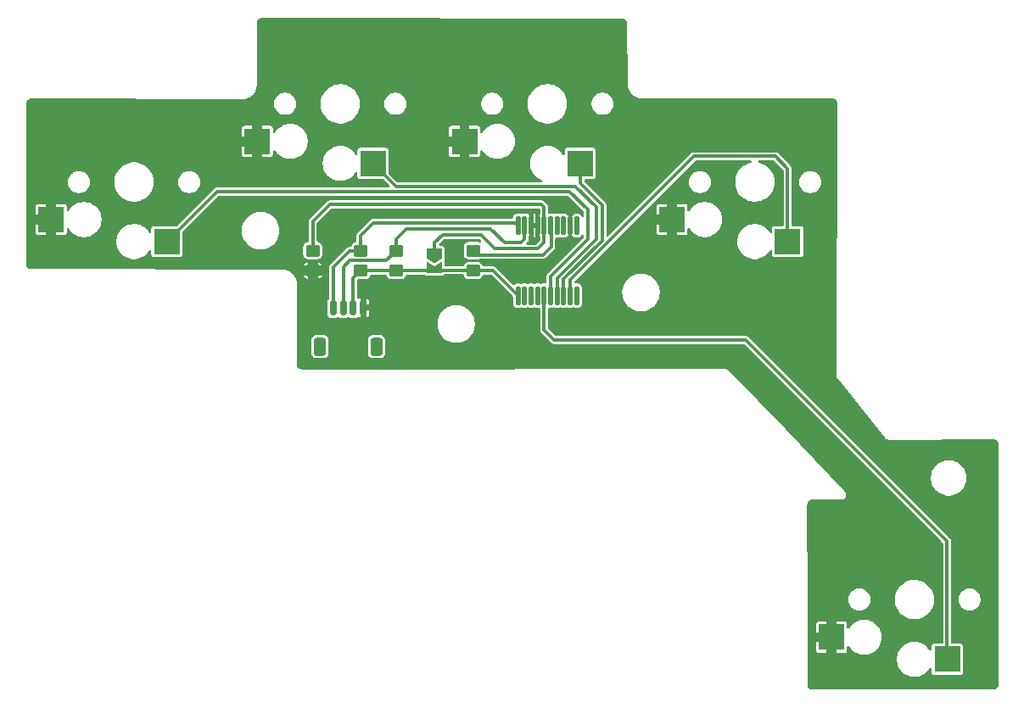
<source format=gbr>
%TF.GenerationSoftware,KiCad,Pcbnew,9.0.0*%
%TF.CreationDate,2025-05-22T09:46:44-07:00*%
%TF.ProjectId,cinco-cinco,63696e63-6f2d-4636-996e-636f2e6b6963,rev?*%
%TF.SameCoordinates,Original*%
%TF.FileFunction,Copper,L2,Bot*%
%TF.FilePolarity,Positive*%
%FSLAX46Y46*%
G04 Gerber Fmt 4.6, Leading zero omitted, Abs format (unit mm)*
G04 Created by KiCad (PCBNEW 9.0.0) date 2025-05-22 09:46:44*
%MOMM*%
%LPD*%
G01*
G04 APERTURE LIST*
G04 Aperture macros list*
%AMRoundRect*
0 Rectangle with rounded corners*
0 $1 Rounding radius*
0 $2 $3 $4 $5 $6 $7 $8 $9 X,Y pos of 4 corners*
0 Add a 4 corners polygon primitive as box body*
4,1,4,$2,$3,$4,$5,$6,$7,$8,$9,$2,$3,0*
0 Add four circle primitives for the rounded corners*
1,1,$1+$1,$2,$3*
1,1,$1+$1,$4,$5*
1,1,$1+$1,$6,$7*
1,1,$1+$1,$8,$9*
0 Add four rect primitives between the rounded corners*
20,1,$1+$1,$2,$3,$4,$5,0*
20,1,$1+$1,$4,$5,$6,$7,0*
20,1,$1+$1,$6,$7,$8,$9,0*
20,1,$1+$1,$8,$9,$2,$3,0*%
%AMFreePoly0*
4,1,6,1.000000,0.000000,0.500000,-0.750000,-0.500000,-0.750000,-0.500000,0.750000,0.500000,0.750000,1.000000,0.000000,1.000000,0.000000,$1*%
%AMFreePoly1*
4,1,6,0.500000,-0.750000,-0.650000,-0.750000,-0.150000,0.000000,-0.650000,0.750000,0.500000,0.750000,0.500000,-0.750000,0.500000,-0.750000,$1*%
G04 Aperture macros list end*
%TA.AperFunction,SMDPad,CuDef*%
%ADD10R,2.600000X2.600000*%
%TD*%
%TA.AperFunction,SMDPad,CuDef*%
%ADD11RoundRect,0.250000X0.450000X-0.350000X0.450000X0.350000X-0.450000X0.350000X-0.450000X-0.350000X0*%
%TD*%
%TA.AperFunction,SMDPad,CuDef*%
%ADD12RoundRect,0.125000X-0.125000X0.825000X-0.125000X-0.825000X0.125000X-0.825000X0.125000X0.825000X0*%
%TD*%
%TA.AperFunction,SMDPad,CuDef*%
%ADD13FreePoly0,270.000000*%
%TD*%
%TA.AperFunction,SMDPad,CuDef*%
%ADD14FreePoly1,270.000000*%
%TD*%
%TA.AperFunction,SMDPad,CuDef*%
%ADD15RoundRect,0.150000X0.150000X0.625000X-0.150000X0.625000X-0.150000X-0.625000X0.150000X-0.625000X0*%
%TD*%
%TA.AperFunction,SMDPad,CuDef*%
%ADD16RoundRect,0.250000X0.350000X0.650000X-0.350000X0.650000X-0.350000X-0.650000X0.350000X-0.650000X0*%
%TD*%
%TA.AperFunction,Conductor*%
%ADD17C,0.300000*%
%TD*%
G04 APERTURE END LIST*
D10*
%TO.P,SW1,1,1*%
%TO.N,/middle*%
X214820000Y-83950000D03*
%TO.P,SW1,2,2*%
%TO.N,GND*%
X203270000Y-81750000D03*
%TD*%
%TO.P,SW2,1,1*%
%TO.N,/ring*%
X194145000Y-83950000D03*
%TO.P,SW2,2,2*%
%TO.N,GND*%
X182595000Y-81750000D03*
%TD*%
%TO.P,SW5,1,1*%
%TO.N,/thumb*%
X251445000Y-133450000D03*
%TO.P,SW5,2,2*%
%TO.N,GND*%
X239895000Y-131250000D03*
%TD*%
%TO.P,SW3,1,1*%
%TO.N,/pinky*%
X173565000Y-91750000D03*
%TO.P,SW3,2,2*%
%TO.N,GND*%
X162015000Y-89550000D03*
%TD*%
%TO.P,SW4,1,1*%
%TO.N,/index*%
X235525000Y-91750000D03*
%TO.P,SW4,2,2*%
%TO.N,GND*%
X223975000Y-89550000D03*
%TD*%
D11*
%TO.P,R3,1*%
%TO.N,GND*%
X188130000Y-94650000D03*
%TO.P,R3,2*%
%TO.N,/A0*%
X188130000Y-92650000D03*
%TD*%
D12*
%TO.P,U1,1,SCL*%
%TO.N,/SCL*%
X208610000Y-90150000D03*
%TO.P,U1,2,SDA*%
%TO.N,/SDA*%
X209260000Y-90150000D03*
%TO.P,U1,3,A2*%
%TO.N,GND*%
X209910000Y-90150000D03*
%TO.P,U1,4,A1*%
X210560000Y-90150000D03*
%TO.P,U1,5,A0*%
%TO.N,/A0*%
X211210000Y-90150000D03*
%TO.P,U1,6,~{RESET}*%
%TO.N,Net-(U1-~{RESET})*%
X211860000Y-90150000D03*
%TO.P,U1,7,NC*%
%TO.N,unconnected-(U1-NC-Pad7)*%
X212510000Y-90150000D03*
%TO.P,U1,8,INT*%
%TO.N,unconnected-(U1-INT-Pad8)*%
X213160000Y-90150000D03*
%TO.P,U1,9,VSS*%
%TO.N,GND*%
X213810000Y-90150000D03*
%TO.P,U1,10,NC*%
%TO.N,unconnected-(U1-NC-Pad10)*%
X214460000Y-90150000D03*
%TO.P,U1,11,NC*%
%TO.N,unconnected-(U1-NC-Pad11)*%
X214460000Y-97150000D03*
%TO.P,U1,12,GP0*%
%TO.N,/index*%
X213810000Y-97150000D03*
%TO.P,U1,13,GP1*%
%TO.N,/middle*%
X213160000Y-97150000D03*
%TO.P,U1,14,GP2*%
%TO.N,/ring*%
X212510000Y-97150000D03*
%TO.P,U1,15,GP3*%
%TO.N,/pinky*%
X211860000Y-97150000D03*
%TO.P,U1,16,GP4*%
%TO.N,/thumb*%
X211210000Y-97150000D03*
%TO.P,U1,17,GP5*%
%TO.N,unconnected-(U1-GP5-Pad17)*%
X210560000Y-97150000D03*
%TO.P,U1,18,GP6*%
%TO.N,unconnected-(U1-GP6-Pad18)*%
X209910000Y-97150000D03*
%TO.P,U1,19,GP7*%
%TO.N,unconnected-(U1-GP7-Pad19)*%
X209260000Y-97150000D03*
%TO.P,U1,20,VDD*%
%TO.N,VCC*%
X208610000Y-97150000D03*
%TD*%
D13*
%TO.P,JP1,1,A*%
%TO.N,/A0*%
X200290000Y-92925000D03*
D14*
%TO.P,JP1,2,B*%
%TO.N,VCC*%
X200290000Y-94375000D03*
%TD*%
D11*
%TO.P,R4,1*%
%TO.N,VCC*%
X204150000Y-94650000D03*
%TO.P,R4,2*%
%TO.N,Net-(U1-~{RESET})*%
X204150000Y-92650000D03*
%TD*%
D15*
%TO.P,J1,1,Pin_1*%
%TO.N,GND*%
X193170000Y-98360000D03*
%TO.P,J1,2,Pin_2*%
%TO.N,VCC*%
X192170000Y-98360000D03*
%TO.P,J1,3,Pin_3*%
%TO.N,/SDA*%
X191170000Y-98360000D03*
%TO.P,J1,4,Pin_4*%
%TO.N,/SCL*%
X190170000Y-98360000D03*
D16*
%TO.P,J1,MP*%
%TO.N,N/C*%
X194470000Y-102235000D03*
X188870000Y-102235000D03*
%TD*%
D11*
%TO.P,R2,1*%
%TO.N,VCC*%
X192910000Y-94650000D03*
%TO.P,R2,2*%
%TO.N,/SCL*%
X192910000Y-92650000D03*
%TD*%
%TO.P,R1,1*%
%TO.N,VCC*%
X196450000Y-94650000D03*
%TO.P,R1,2*%
%TO.N,/SDA*%
X196450000Y-92650000D03*
%TD*%
D17*
%TO.N,/SDA*%
X207280000Y-91850000D02*
X208900000Y-91850000D01*
X208900000Y-91850000D02*
X209260000Y-91490000D01*
X209260000Y-91490000D02*
X209260000Y-90829000D01*
X196450000Y-92650000D02*
X195460000Y-93640000D01*
X205880000Y-90450000D02*
X207280000Y-91850000D01*
X209260000Y-90829000D02*
X209309000Y-90780000D01*
X191170000Y-94290000D02*
X191170000Y-98360000D01*
X195460000Y-93640000D02*
X191820000Y-93640000D01*
X197500000Y-90450000D02*
X205880000Y-90450000D01*
X191820000Y-93640000D02*
X191170000Y-94290000D01*
X196450000Y-92650000D02*
X196450000Y-91500000D01*
X196450000Y-91500000D02*
X197500000Y-90450000D01*
%TO.N,VCC*%
X192170000Y-98360000D02*
X192170000Y-95390000D01*
X192170000Y-95390000D02*
X192910000Y-94650000D01*
X200290000Y-94375000D02*
X200515000Y-94600000D01*
X208610000Y-97150000D02*
X206110000Y-94650000D01*
X200290000Y-94375000D02*
X200025000Y-94640000D01*
X196450000Y-94650000D02*
X192910000Y-94650000D01*
X206110000Y-94650000D02*
X204150000Y-94650000D01*
X196460000Y-94640000D02*
X196450000Y-94650000D01*
X204100000Y-94600000D02*
X204150000Y-94650000D01*
X200025000Y-94640000D02*
X196460000Y-94640000D01*
X200515000Y-94600000D02*
X204100000Y-94600000D01*
%TO.N,/SCL*%
X192910000Y-92650000D02*
X191830000Y-92650000D01*
X191830000Y-92650000D02*
X190170000Y-94310000D01*
X192910000Y-91140000D02*
X194190000Y-89860000D01*
X190170000Y-96330000D02*
X190170000Y-98360000D01*
X192910000Y-92650000D02*
X192910000Y-91140000D01*
X208320000Y-89860000D02*
X208610000Y-90150000D01*
X190170000Y-94310000D02*
X190170000Y-96310000D01*
X194190000Y-89860000D02*
X208320000Y-89860000D01*
%TO.N,/A0*%
X210560000Y-92470000D02*
X211210000Y-91820000D01*
X211210000Y-88300000D02*
X211210000Y-90150000D01*
X210940000Y-88030000D02*
X211210000Y-88300000D01*
X201070000Y-91080000D02*
X204920000Y-91080000D01*
X211210000Y-91820000D02*
X211210000Y-90150000D01*
X188130000Y-89710000D02*
X189810000Y-88030000D01*
X188130000Y-92650000D02*
X188130000Y-89710000D01*
X206310000Y-92470000D02*
X210560000Y-92470000D01*
X189810000Y-88030000D02*
X210940000Y-88030000D01*
X200290000Y-91860000D02*
X201070000Y-91080000D01*
X204920000Y-91080000D02*
X206310000Y-92470000D01*
X200290000Y-92925000D02*
X200290000Y-91860000D01*
%TO.N,Net-(U1-~{RESET})*%
X204580000Y-93080000D02*
X211070000Y-93080000D01*
X211070000Y-93080000D02*
X211909000Y-92241000D01*
X204150000Y-92650000D02*
X204580000Y-93080000D01*
X211909000Y-92241000D02*
X211909000Y-90940000D01*
%TO.N,/middle*%
X213160000Y-97150000D02*
X213160000Y-95500000D01*
X213160000Y-95500000D02*
X217010000Y-91650000D01*
X214820000Y-85900000D02*
X214820000Y-83950000D01*
X217010000Y-91650000D02*
X217010000Y-88090000D01*
X217010000Y-88090000D02*
X214820000Y-85900000D01*
%TO.N,/ring*%
X196425000Y-86230000D02*
X194145000Y-83950000D01*
X214320000Y-86230000D02*
X196425000Y-86230000D01*
X212510000Y-95390000D02*
X216420000Y-91480000D01*
X212510000Y-97150000D02*
X212510000Y-95390000D01*
X216420000Y-88330000D02*
X214320000Y-86230000D01*
X216420000Y-91480000D02*
X216420000Y-88330000D01*
%TO.N,/pinky*%
X215580000Y-88580000D02*
X215580000Y-91530000D01*
X215580000Y-91530000D02*
X211860000Y-95250000D01*
X213750000Y-86750000D02*
X215580000Y-88580000D01*
X211860000Y-95250000D02*
X211860000Y-97150000D01*
X178565000Y-86750000D02*
X213750000Y-86750000D01*
X173565000Y-91750000D02*
X178565000Y-86750000D01*
%TO.N,/index*%
X213810000Y-97150000D02*
X213810000Y-95600000D01*
X213810000Y-95600000D02*
X226180000Y-83230000D01*
X226180000Y-83230000D02*
X234300000Y-83230000D01*
X235525000Y-84455000D02*
X235525000Y-91750000D01*
X234300000Y-83230000D02*
X235525000Y-84455000D01*
%TO.N,/thumb*%
X251440000Y-132335000D02*
X251440000Y-121680000D01*
X251440000Y-121680000D02*
X231340000Y-101580000D01*
X252180000Y-133075000D02*
X251440000Y-132335000D01*
X212240000Y-101580000D02*
X211210000Y-100550000D01*
X211210000Y-100550000D02*
X211210000Y-97150000D01*
X231340000Y-101580000D02*
X212240000Y-101580000D01*
%TD*%
%TA.AperFunction,Conductor*%
%TO.N,GND*%
G36*
X218952695Y-69487489D02*
G01*
X218956591Y-69487496D01*
X218957004Y-69487608D01*
X219016170Y-69487607D01*
X219016224Y-69487623D01*
X219029823Y-69488387D01*
X219047454Y-69490373D01*
X219120160Y-69498565D01*
X219147227Y-69504742D01*
X219226436Y-69532458D01*
X219251451Y-69544505D01*
X219322500Y-69589148D01*
X219344209Y-69606461D01*
X219403538Y-69665790D01*
X219420851Y-69687499D01*
X219465494Y-69758548D01*
X219477542Y-69783566D01*
X219505256Y-69862770D01*
X219511434Y-69889841D01*
X219521612Y-69980179D01*
X219522392Y-69993966D01*
X219522392Y-69995103D01*
X219522392Y-70052996D01*
X219522437Y-70053169D01*
X219522444Y-70061318D01*
X219522443Y-70061319D01*
X219522444Y-70061327D01*
X219526607Y-75961087D01*
X219526607Y-75962889D01*
X219526606Y-76070206D01*
X219526606Y-76070208D01*
X219557149Y-76282652D01*
X219557153Y-76282668D01*
X219617616Y-76488594D01*
X219617621Y-76488606D01*
X219706776Y-76683831D01*
X219706789Y-76683854D01*
X219822819Y-76864400D01*
X219822829Y-76864413D01*
X219963379Y-77026618D01*
X219963381Y-77026620D01*
X220117195Y-77159899D01*
X220125593Y-77167176D01*
X220125597Y-77167179D01*
X220125599Y-77167180D01*
X220306145Y-77283210D01*
X220306168Y-77283223D01*
X220459420Y-77353210D01*
X220501397Y-77372380D01*
X220501399Y-77372380D01*
X220501405Y-77372383D01*
X220634346Y-77411416D01*
X220707340Y-77432849D01*
X220919792Y-77463394D01*
X221027111Y-77463393D01*
X221093003Y-77463393D01*
X221101789Y-77461038D01*
X221116176Y-77460596D01*
X221117319Y-77460893D01*
X221120032Y-77460537D01*
X239918554Y-77467578D01*
X239918975Y-77467607D01*
X239927000Y-77467607D01*
X239927004Y-77467608D01*
X239985938Y-77467607D01*
X239999822Y-77468387D01*
X240018116Y-77470448D01*
X240090160Y-77478565D01*
X240117227Y-77484742D01*
X240196436Y-77512458D01*
X240221449Y-77524504D01*
X240292500Y-77569148D01*
X240314209Y-77586461D01*
X240373538Y-77645790D01*
X240390851Y-77667499D01*
X240435494Y-77738548D01*
X240447542Y-77763566D01*
X240475256Y-77842770D01*
X240481434Y-77869841D01*
X240491585Y-77959937D01*
X240492364Y-77974244D01*
X240399791Y-105073986D01*
X240399592Y-105132249D01*
X240395321Y-105171874D01*
X240399366Y-105197869D01*
X240399333Y-105207673D01*
X240399277Y-105224176D01*
X240399278Y-105224181D01*
X240407811Y-105256473D01*
X240410450Y-105269076D01*
X240415589Y-105302088D01*
X240422266Y-105317192D01*
X240422265Y-105317192D01*
X240426228Y-105326156D01*
X240432951Y-105351592D01*
X240452754Y-105386165D01*
X240455364Y-105392068D01*
X240468870Y-105422621D01*
X240468872Y-105422623D01*
X240485376Y-105443115D01*
X240498453Y-105465944D01*
X240526533Y-105494217D01*
X240530581Y-105499243D01*
X245210704Y-111310206D01*
X245221261Y-111325542D01*
X245230764Y-111341846D01*
X245252804Y-111363706D01*
X245262056Y-111373966D01*
X245281534Y-111398150D01*
X245296763Y-111409276D01*
X245310935Y-111421362D01*
X245324333Y-111434651D01*
X245351278Y-111450060D01*
X245351280Y-111450061D01*
X245357291Y-111453499D01*
X245387943Y-111475894D01*
X245414247Y-111486071D01*
X245438730Y-111500073D01*
X245468755Y-111507985D01*
X245481889Y-111512243D01*
X245492608Y-111516390D01*
X245510848Y-111523448D01*
X245538892Y-111526470D01*
X245566163Y-111533658D01*
X245604125Y-111533502D01*
X245641874Y-111537571D01*
X245660526Y-111534666D01*
X245679072Y-111533193D01*
X256072825Y-111490532D01*
X256087198Y-111491310D01*
X256177267Y-111501459D01*
X256204331Y-111507636D01*
X256283540Y-111535352D01*
X256308553Y-111547398D01*
X256379606Y-111592043D01*
X256401313Y-111609355D01*
X256460644Y-111668686D01*
X256477957Y-111690395D01*
X256522600Y-111761444D01*
X256534648Y-111786462D01*
X256562362Y-111865666D01*
X256568540Y-111892737D01*
X256577855Y-111975411D01*
X256578635Y-111989401D01*
X256559500Y-134128615D01*
X256559499Y-134128984D01*
X256552678Y-135907194D01*
X256552392Y-135911448D01*
X256552392Y-135975943D01*
X256551612Y-135989827D01*
X256541434Y-136080159D01*
X256535256Y-136107229D01*
X256507542Y-136186433D01*
X256495494Y-136211451D01*
X256450851Y-136282500D01*
X256433538Y-136304209D01*
X256374209Y-136363538D01*
X256352500Y-136380851D01*
X256281451Y-136425494D01*
X256256433Y-136437542D01*
X256177229Y-136465256D01*
X256150158Y-136471434D01*
X256059825Y-136481612D01*
X256046016Y-136482392D01*
X255987004Y-136482392D01*
X255986868Y-136482427D01*
X255978841Y-136482432D01*
X255978840Y-136482431D01*
X255978836Y-136482432D01*
X238004091Y-136492388D01*
X237990139Y-136491608D01*
X237899841Y-136481434D01*
X237872770Y-136475256D01*
X237793566Y-136447542D01*
X237768548Y-136435494D01*
X237697499Y-136390851D01*
X237675790Y-136373538D01*
X237616461Y-136314209D01*
X237599148Y-136292500D01*
X237554505Y-136221451D01*
X237542457Y-136196433D01*
X237514743Y-136117229D01*
X237508565Y-136090159D01*
X237507438Y-136080159D01*
X237498386Y-135999826D01*
X237497607Y-135986146D01*
X237497608Y-135927004D01*
X237497509Y-135926636D01*
X237497496Y-135918242D01*
X237497496Y-135918226D01*
X237497479Y-135907194D01*
X237492458Y-132574628D01*
X238345000Y-132574628D01*
X238359503Y-132647540D01*
X238359505Y-132647544D01*
X238414760Y-132730239D01*
X238497455Y-132785494D01*
X238497459Y-132785496D01*
X238570371Y-132799999D01*
X238570374Y-132800000D01*
X239395000Y-132800000D01*
X239395000Y-131750000D01*
X238345000Y-131750000D01*
X238345000Y-132574628D01*
X237492458Y-132574628D01*
X237488467Y-129925371D01*
X238345000Y-129925371D01*
X238345000Y-130750000D01*
X239395000Y-130750000D01*
X239395000Y-129700000D01*
X240395000Y-129700000D01*
X240395000Y-132800000D01*
X241219626Y-132800000D01*
X241219628Y-132799999D01*
X241292540Y-132785496D01*
X241292544Y-132785494D01*
X241375239Y-132730239D01*
X241430494Y-132647544D01*
X241430496Y-132647540D01*
X241444999Y-132574628D01*
X241445000Y-132574626D01*
X241445000Y-132225985D01*
X241464685Y-132158946D01*
X241517489Y-132113191D01*
X241586647Y-132103247D01*
X241650203Y-132132272D01*
X241676387Y-132163986D01*
X241711390Y-132224614D01*
X241851081Y-132406661D01*
X241851089Y-132406670D01*
X242013330Y-132568911D01*
X242013338Y-132568918D01*
X242013339Y-132568919D01*
X242020779Y-132574628D01*
X242195382Y-132708607D01*
X242195385Y-132708608D01*
X242195388Y-132708611D01*
X242394112Y-132823344D01*
X242394117Y-132823346D01*
X242394123Y-132823349D01*
X242485480Y-132861190D01*
X242606113Y-132911158D01*
X242827762Y-132970548D01*
X243055266Y-133000500D01*
X243055273Y-133000500D01*
X243284727Y-133000500D01*
X243284734Y-133000500D01*
X243512238Y-132970548D01*
X243733887Y-132911158D01*
X243945888Y-132823344D01*
X244144612Y-132708611D01*
X244326661Y-132568919D01*
X244326665Y-132568914D01*
X244326670Y-132568911D01*
X244488911Y-132406670D01*
X244488914Y-132406665D01*
X244488919Y-132406661D01*
X244628611Y-132224612D01*
X244743344Y-132025888D01*
X244831158Y-131813887D01*
X244890548Y-131592238D01*
X244920500Y-131364734D01*
X244920500Y-131135266D01*
X244890548Y-130907762D01*
X244831158Y-130686113D01*
X244743344Y-130474112D01*
X244628611Y-130275388D01*
X244628608Y-130275385D01*
X244628607Y-130275382D01*
X244488918Y-130093338D01*
X244488911Y-130093330D01*
X244326670Y-129931089D01*
X244326661Y-129931081D01*
X244144617Y-129791392D01*
X243945890Y-129676657D01*
X243945876Y-129676650D01*
X243733887Y-129588842D01*
X243512238Y-129529452D01*
X243474215Y-129524446D01*
X243284741Y-129499500D01*
X243284734Y-129499500D01*
X243055266Y-129499500D01*
X243055258Y-129499500D01*
X242838715Y-129528009D01*
X242827762Y-129529452D01*
X242734076Y-129554554D01*
X242606112Y-129588842D01*
X242394123Y-129676650D01*
X242394109Y-129676657D01*
X242195382Y-129791392D01*
X242013338Y-129931081D01*
X241851081Y-130093338D01*
X241711392Y-130275382D01*
X241676387Y-130336014D01*
X241625820Y-130384230D01*
X241557213Y-130397452D01*
X241492348Y-130371484D01*
X241451820Y-130314570D01*
X241445000Y-130274014D01*
X241445000Y-129925373D01*
X241444999Y-129925371D01*
X241430496Y-129852459D01*
X241430494Y-129852455D01*
X241375239Y-129769760D01*
X241292544Y-129714505D01*
X241292540Y-129714503D01*
X241219627Y-129700000D01*
X240395000Y-129700000D01*
X239395000Y-129700000D01*
X238570373Y-129700000D01*
X238497459Y-129714503D01*
X238497455Y-129714505D01*
X238414760Y-129769760D01*
X238359505Y-129852455D01*
X238359503Y-129852459D01*
X238345000Y-129925371D01*
X237488467Y-129925371D01*
X237484682Y-127413312D01*
X241568600Y-127413312D01*
X241568600Y-127586687D01*
X241595720Y-127757913D01*
X241649290Y-127922788D01*
X241649291Y-127922791D01*
X241727998Y-128077260D01*
X241829899Y-128217514D01*
X241952486Y-128340101D01*
X242092740Y-128442002D01*
X242168502Y-128480604D01*
X242247208Y-128520708D01*
X242247211Y-128520709D01*
X242329648Y-128547494D01*
X242412088Y-128574280D01*
X242491391Y-128586840D01*
X242583313Y-128601400D01*
X242583318Y-128601400D01*
X242756687Y-128601400D01*
X242839695Y-128588252D01*
X242927912Y-128574280D01*
X243092791Y-128520708D01*
X243247260Y-128442002D01*
X243387514Y-128340101D01*
X243510101Y-128217514D01*
X243612002Y-128077260D01*
X243690708Y-127922791D01*
X243744280Y-127757912D01*
X243758252Y-127669695D01*
X243771400Y-127586687D01*
X243771400Y-127413315D01*
X243767160Y-127386548D01*
X243767160Y-127386546D01*
X243764729Y-127371199D01*
X246205000Y-127371199D01*
X246205000Y-127628800D01*
X246238622Y-127884174D01*
X246305289Y-128132982D01*
X246403859Y-128370952D01*
X246403867Y-128370969D01*
X246532652Y-128594030D01*
X246532663Y-128594046D01*
X246689463Y-128798392D01*
X246689469Y-128798399D01*
X246871600Y-128980530D01*
X246871606Y-128980535D01*
X247075962Y-129137343D01*
X247075969Y-129137347D01*
X247299030Y-129266132D01*
X247299035Y-129266134D01*
X247299038Y-129266136D01*
X247299042Y-129266137D01*
X247299047Y-129266140D01*
X247393386Y-129305216D01*
X247537016Y-129364710D01*
X247785825Y-129431378D01*
X248041207Y-129465000D01*
X248041214Y-129465000D01*
X248298786Y-129465000D01*
X248298793Y-129465000D01*
X248554175Y-129431378D01*
X248802984Y-129364710D01*
X249040962Y-129266136D01*
X249264038Y-129137343D01*
X249468394Y-128980535D01*
X249650535Y-128798394D01*
X249807343Y-128594038D01*
X249936136Y-128370962D01*
X250034710Y-128132984D01*
X250101378Y-127884175D01*
X250135000Y-127628793D01*
X250135000Y-127371207D01*
X250101378Y-127115825D01*
X250034710Y-126867016D01*
X249936136Y-126629038D01*
X249936134Y-126629035D01*
X249936132Y-126629030D01*
X249807347Y-126405969D01*
X249807343Y-126405962D01*
X249650535Y-126201606D01*
X249650530Y-126201600D01*
X249468399Y-126019469D01*
X249468392Y-126019463D01*
X249264046Y-125862663D01*
X249264044Y-125862661D01*
X249264038Y-125862657D01*
X249264033Y-125862654D01*
X249264030Y-125862652D01*
X249040969Y-125733867D01*
X249040952Y-125733859D01*
X248802982Y-125635289D01*
X248645243Y-125593023D01*
X248554175Y-125568622D01*
X248522252Y-125564419D01*
X248298800Y-125535000D01*
X248298793Y-125535000D01*
X248041207Y-125535000D01*
X248041199Y-125535000D01*
X247785825Y-125568622D01*
X247537017Y-125635289D01*
X247299047Y-125733859D01*
X247299030Y-125733867D01*
X247075969Y-125862652D01*
X247075953Y-125862663D01*
X246871607Y-126019463D01*
X246871600Y-126019469D01*
X246689469Y-126201600D01*
X246689463Y-126201607D01*
X246532663Y-126405953D01*
X246532652Y-126405969D01*
X246403867Y-126629030D01*
X246403859Y-126629047D01*
X246305289Y-126867017D01*
X246238622Y-127115825D01*
X246205000Y-127371199D01*
X243764729Y-127371199D01*
X243761175Y-127348760D01*
X243744280Y-127242088D01*
X243690708Y-127077209D01*
X243690708Y-127077208D01*
X243612001Y-126922739D01*
X243510101Y-126782486D01*
X243387514Y-126659899D01*
X243247260Y-126557998D01*
X243092791Y-126479291D01*
X243092788Y-126479290D01*
X242927913Y-126425720D01*
X242756687Y-126398600D01*
X242756682Y-126398600D01*
X242583318Y-126398600D01*
X242583313Y-126398600D01*
X242412086Y-126425720D01*
X242247211Y-126479290D01*
X242247208Y-126479291D01*
X242092739Y-126557998D01*
X242012719Y-126616136D01*
X241952486Y-126659899D01*
X241952484Y-126659901D01*
X241952483Y-126659901D01*
X241829901Y-126782483D01*
X241829901Y-126782484D01*
X241829899Y-126782486D01*
X241786136Y-126842719D01*
X241727998Y-126922739D01*
X241649291Y-127077208D01*
X241649290Y-127077211D01*
X241595720Y-127242086D01*
X241568600Y-127413312D01*
X237484682Y-127413312D01*
X237470510Y-118007039D01*
X237471289Y-117992990D01*
X237481460Y-117902730D01*
X237487635Y-117875670D01*
X237515353Y-117796456D01*
X237527396Y-117771450D01*
X237572046Y-117700389D01*
X237589351Y-117678690D01*
X237648690Y-117619351D01*
X237670389Y-117602046D01*
X237741450Y-117557396D01*
X237766456Y-117545353D01*
X237845670Y-117517635D01*
X237872732Y-117511459D01*
X237962841Y-117501306D01*
X237977156Y-117500527D01*
X240832470Y-117510477D01*
X240894214Y-117511765D01*
X240898516Y-117510707D01*
X240904142Y-117510727D01*
X240904143Y-117510727D01*
X240904143Y-117510726D01*
X240904147Y-117510727D01*
X240979945Y-117490699D01*
X241022191Y-117480319D01*
X241024927Y-117478814D01*
X241031559Y-117477062D01*
X241114441Y-117429593D01*
X241137669Y-117416822D01*
X241139041Y-117415504D01*
X241142674Y-117413424D01*
X241145916Y-117411568D01*
X241224247Y-117333781D01*
X241232777Y-117325600D01*
X241233216Y-117324874D01*
X241239426Y-117318708D01*
X241300752Y-117213338D01*
X241301036Y-117212870D01*
X241301046Y-117212832D01*
X241305716Y-117204810D01*
X241340267Y-117077635D01*
X241340726Y-116945852D01*
X241307062Y-116818440D01*
X241307061Y-116818439D01*
X241307061Y-116818437D01*
X241246327Y-116712393D01*
X241246321Y-116712382D01*
X241245737Y-116711363D01*
X241245596Y-116711105D01*
X241245580Y-116711088D01*
X241241568Y-116704083D01*
X241163092Y-116625058D01*
X241161615Y-116623545D01*
X235277996Y-110489234D01*
X229713069Y-104687193D01*
X229710355Y-104682497D01*
X229667503Y-104639685D01*
X229666590Y-104638733D01*
X229625603Y-104595999D01*
X229621707Y-104592879D01*
X229621611Y-104592793D01*
X229621106Y-104592405D01*
X229621099Y-104592401D01*
X229617123Y-104589353D01*
X229565828Y-104559770D01*
X229563551Y-104558425D01*
X229512870Y-104527737D01*
X229508286Y-104525726D01*
X229508286Y-104525725D01*
X229507697Y-104525467D01*
X229507595Y-104525431D01*
X229502969Y-104523517D01*
X229445748Y-104508214D01*
X229443215Y-104507507D01*
X229432895Y-104504510D01*
X229386315Y-104490982D01*
X229381331Y-104490220D01*
X229381331Y-104490219D01*
X229380762Y-104490132D01*
X229380641Y-104490123D01*
X229375651Y-104489468D01*
X229316415Y-104489495D01*
X229316416Y-104489496D01*
X229315080Y-104489496D01*
X229254560Y-104488235D01*
X229249295Y-104489527D01*
X229236024Y-104489534D01*
X187102952Y-104509464D01*
X187102919Y-104509463D01*
X187096139Y-104509466D01*
X187096138Y-104509466D01*
X187074207Y-104509476D01*
X187037214Y-104509495D01*
X187023327Y-104508722D01*
X186932942Y-104498580D01*
X186905860Y-104492410D01*
X186897613Y-104489528D01*
X186826628Y-104464720D01*
X186801599Y-104452678D01*
X186730512Y-104408043D01*
X186708795Y-104390734D01*
X186649423Y-104331391D01*
X186632105Y-104309684D01*
X186587434Y-104238619D01*
X186575379Y-104213595D01*
X186547647Y-104134370D01*
X186541467Y-104107302D01*
X186531299Y-104017091D01*
X186530521Y-104002857D01*
X186530690Y-103944108D01*
X186537584Y-101537135D01*
X188019500Y-101537135D01*
X188019500Y-102932870D01*
X188019501Y-102932876D01*
X188025908Y-102992483D01*
X188076202Y-103127328D01*
X188076206Y-103127335D01*
X188162452Y-103242544D01*
X188162455Y-103242547D01*
X188277664Y-103328793D01*
X188277671Y-103328797D01*
X188412517Y-103379091D01*
X188412516Y-103379091D01*
X188419444Y-103379835D01*
X188472127Y-103385500D01*
X189267872Y-103385499D01*
X189327483Y-103379091D01*
X189462331Y-103328796D01*
X189577546Y-103242546D01*
X189663796Y-103127331D01*
X189714091Y-102992483D01*
X189720500Y-102932873D01*
X189720499Y-101537135D01*
X193619500Y-101537135D01*
X193619500Y-102932870D01*
X193619501Y-102932876D01*
X193625908Y-102992483D01*
X193676202Y-103127328D01*
X193676206Y-103127335D01*
X193762452Y-103242544D01*
X193762455Y-103242547D01*
X193877664Y-103328793D01*
X193877671Y-103328797D01*
X194012517Y-103379091D01*
X194012516Y-103379091D01*
X194019444Y-103379835D01*
X194072127Y-103385500D01*
X194867872Y-103385499D01*
X194927483Y-103379091D01*
X195062331Y-103328796D01*
X195177546Y-103242546D01*
X195263796Y-103127331D01*
X195314091Y-102992483D01*
X195320500Y-102932873D01*
X195320499Y-101537128D01*
X195314091Y-101477517D01*
X195282606Y-101393102D01*
X195263797Y-101342671D01*
X195263793Y-101342664D01*
X195177547Y-101227455D01*
X195177544Y-101227452D01*
X195062335Y-101141206D01*
X195062328Y-101141202D01*
X194927482Y-101090908D01*
X194927483Y-101090908D01*
X194867883Y-101084501D01*
X194867881Y-101084500D01*
X194867873Y-101084500D01*
X194867864Y-101084500D01*
X194072129Y-101084500D01*
X194072123Y-101084501D01*
X194012516Y-101090908D01*
X193877671Y-101141202D01*
X193877664Y-101141206D01*
X193762455Y-101227452D01*
X193762452Y-101227455D01*
X193676206Y-101342664D01*
X193676202Y-101342671D01*
X193625908Y-101477517D01*
X193619895Y-101533451D01*
X193619501Y-101537123D01*
X193619500Y-101537135D01*
X189720499Y-101537135D01*
X189720499Y-101537128D01*
X189714091Y-101477517D01*
X189682606Y-101393102D01*
X189663797Y-101342671D01*
X189663793Y-101342664D01*
X189577547Y-101227455D01*
X189577544Y-101227452D01*
X189462335Y-101141206D01*
X189462328Y-101141202D01*
X189327482Y-101090908D01*
X189327483Y-101090908D01*
X189267883Y-101084501D01*
X189267881Y-101084500D01*
X189267873Y-101084500D01*
X189267864Y-101084500D01*
X188472129Y-101084500D01*
X188472123Y-101084501D01*
X188412516Y-101090908D01*
X188277671Y-101141202D01*
X188277664Y-101141206D01*
X188162455Y-101227452D01*
X188162452Y-101227455D01*
X188076206Y-101342664D01*
X188076202Y-101342671D01*
X188025908Y-101477517D01*
X188019895Y-101533451D01*
X188019501Y-101537123D01*
X188019500Y-101537135D01*
X186537584Y-101537135D01*
X186542396Y-99857065D01*
X200564500Y-99857065D01*
X200564500Y-100102934D01*
X200581737Y-100233854D01*
X200596591Y-100346677D01*
X200616352Y-100420426D01*
X200660222Y-100584152D01*
X200660225Y-100584162D01*
X200754303Y-100811285D01*
X200754306Y-100811292D01*
X200877233Y-101024208D01*
X200877235Y-101024211D01*
X200877236Y-101024212D01*
X201026897Y-101219254D01*
X201026903Y-101219261D01*
X201200738Y-101393096D01*
X201200744Y-101393101D01*
X201395792Y-101542767D01*
X201608708Y-101665694D01*
X201835847Y-101759778D01*
X202073323Y-101823409D01*
X202317073Y-101855500D01*
X202317080Y-101855500D01*
X202562920Y-101855500D01*
X202562927Y-101855500D01*
X202806677Y-101823409D01*
X203044153Y-101759778D01*
X203271292Y-101665694D01*
X203484208Y-101542767D01*
X203679256Y-101393101D01*
X203853101Y-101219256D01*
X204002767Y-101024208D01*
X204125694Y-100811292D01*
X204219778Y-100584153D01*
X204283409Y-100346677D01*
X204315500Y-100102927D01*
X204315500Y-99857073D01*
X204283409Y-99613323D01*
X204219778Y-99375847D01*
X204125694Y-99148708D01*
X204002767Y-98935792D01*
X203853101Y-98740744D01*
X203853096Y-98740738D01*
X203679261Y-98566903D01*
X203679254Y-98566897D01*
X203484212Y-98417236D01*
X203484211Y-98417235D01*
X203484208Y-98417233D01*
X203271292Y-98294306D01*
X203248408Y-98284827D01*
X203044162Y-98200225D01*
X203044155Y-98200223D01*
X203044153Y-98200222D01*
X202806677Y-98136591D01*
X202765939Y-98131227D01*
X202562934Y-98104500D01*
X202562927Y-98104500D01*
X202317073Y-98104500D01*
X202317065Y-98104500D01*
X202085059Y-98135045D01*
X202073323Y-98136591D01*
X201850820Y-98196210D01*
X201835847Y-98200222D01*
X201835837Y-98200225D01*
X201608714Y-98294303D01*
X201608705Y-98294307D01*
X201395787Y-98417236D01*
X201200745Y-98566897D01*
X201200738Y-98566903D01*
X201026903Y-98740738D01*
X201026897Y-98740745D01*
X200877236Y-98935787D01*
X200754307Y-99148705D01*
X200754303Y-99148714D01*
X200660225Y-99375837D01*
X200660222Y-99375847D01*
X200608799Y-99567764D01*
X200596592Y-99613320D01*
X200596590Y-99613331D01*
X200564500Y-99857065D01*
X186542396Y-99857065D01*
X186553203Y-96083709D01*
X186553393Y-96083003D01*
X186553393Y-96017590D01*
X186553579Y-95952649D01*
X186553597Y-95946411D01*
X186553393Y-95943233D01*
X186553393Y-95937259D01*
X186553394Y-95909792D01*
X186522849Y-95697340D01*
X186484600Y-95567072D01*
X186462383Y-95491405D01*
X186462378Y-95491393D01*
X186373223Y-95296168D01*
X186373210Y-95296145D01*
X186311165Y-95199601D01*
X186311164Y-95199600D01*
X186279288Y-95150000D01*
X187202300Y-95150000D01*
X187236645Y-95242086D01*
X187236649Y-95242093D01*
X187322809Y-95357187D01*
X187322812Y-95357190D01*
X187437906Y-95443350D01*
X187437913Y-95443354D01*
X187572624Y-95493598D01*
X187630000Y-95499765D01*
X188630000Y-95499765D01*
X188687375Y-95493598D01*
X188822086Y-95443354D01*
X188822093Y-95443350D01*
X188937187Y-95357190D01*
X188937190Y-95357187D01*
X189023350Y-95242093D01*
X189023354Y-95242086D01*
X189057700Y-95150000D01*
X188630000Y-95150000D01*
X188630000Y-95499765D01*
X187630000Y-95499765D01*
X187630000Y-95150000D01*
X187202300Y-95150000D01*
X186279288Y-95150000D01*
X186257176Y-95115593D01*
X186257170Y-95115586D01*
X186116620Y-94953381D01*
X186116618Y-94953379D01*
X185954413Y-94812829D01*
X185954400Y-94812819D01*
X185773854Y-94696789D01*
X185773831Y-94696776D01*
X185578606Y-94607621D01*
X185578594Y-94607616D01*
X185372668Y-94547153D01*
X185372652Y-94547149D01*
X185160208Y-94516606D01*
X185053835Y-94516606D01*
X160071262Y-94502434D01*
X160071255Y-94502434D01*
X160063135Y-94502428D01*
X160062996Y-94502392D01*
X160005385Y-94502392D01*
X160003985Y-94502392D01*
X160003966Y-94502386D01*
X159990179Y-94501612D01*
X159899841Y-94491434D01*
X159872770Y-94485256D01*
X159793566Y-94457542D01*
X159768548Y-94445494D01*
X159697499Y-94400851D01*
X159675790Y-94383538D01*
X159616461Y-94324209D01*
X159599148Y-94302500D01*
X159584114Y-94278574D01*
X159555736Y-94233410D01*
X159555736Y-94233408D01*
X159555733Y-94233405D01*
X159554501Y-94231444D01*
X159542457Y-94206433D01*
X159534096Y-94182539D01*
X159522710Y-94149999D01*
X187202299Y-94149999D01*
X187202300Y-94150000D01*
X187630000Y-94150000D01*
X188630000Y-94150000D01*
X189057700Y-94150000D01*
X189057700Y-94149999D01*
X189023354Y-94057913D01*
X189023350Y-94057906D01*
X188937190Y-93942812D01*
X188937187Y-93942809D01*
X188822093Y-93856649D01*
X188822086Y-93856645D01*
X188687380Y-93806403D01*
X188687373Y-93806401D01*
X188630000Y-93800232D01*
X188630000Y-94150000D01*
X187630000Y-94150000D01*
X187630000Y-93800233D01*
X187629999Y-93800232D01*
X187572626Y-93806401D01*
X187572619Y-93806403D01*
X187437913Y-93856645D01*
X187437906Y-93856649D01*
X187322812Y-93942809D01*
X187322809Y-93942812D01*
X187236649Y-94057906D01*
X187236645Y-94057913D01*
X187202299Y-94149999D01*
X159522710Y-94149999D01*
X159514742Y-94127227D01*
X159508565Y-94100159D01*
X159504500Y-94064084D01*
X159498387Y-94009834D01*
X159497608Y-93995932D01*
X159497643Y-93805909D01*
X159498035Y-91635258D01*
X168539500Y-91635258D01*
X168539500Y-91864741D01*
X168554069Y-91975398D01*
X168569452Y-92092238D01*
X168612296Y-92252135D01*
X168628842Y-92313887D01*
X168716650Y-92525876D01*
X168716657Y-92525890D01*
X168831392Y-92724617D01*
X168971081Y-92906661D01*
X168971089Y-92906670D01*
X169133330Y-93068911D01*
X169133338Y-93068918D01*
X169315382Y-93208607D01*
X169315385Y-93208608D01*
X169315388Y-93208611D01*
X169514112Y-93323344D01*
X169514117Y-93323346D01*
X169514123Y-93323349D01*
X169596678Y-93357544D01*
X169726113Y-93411158D01*
X169947762Y-93470548D01*
X170164312Y-93499057D01*
X170175250Y-93500498D01*
X170175266Y-93500500D01*
X170175273Y-93500500D01*
X170404727Y-93500500D01*
X170404734Y-93500500D01*
X170632238Y-93470548D01*
X170853887Y-93411158D01*
X171065888Y-93323344D01*
X171264612Y-93208611D01*
X171446661Y-93068919D01*
X171446665Y-93068914D01*
X171446670Y-93068911D01*
X171608911Y-92906670D01*
X171608914Y-92906665D01*
X171608919Y-92906661D01*
X171748611Y-92724612D01*
X171783113Y-92664851D01*
X171833679Y-92616636D01*
X171902286Y-92603412D01*
X171967151Y-92629380D01*
X172007680Y-92686294D01*
X172014500Y-92726851D01*
X172014500Y-93074678D01*
X172029032Y-93147735D01*
X172029033Y-93147739D01*
X172029034Y-93147740D01*
X172084399Y-93230601D01*
X172167260Y-93285966D01*
X172167264Y-93285967D01*
X172240321Y-93300499D01*
X172240324Y-93300500D01*
X172240326Y-93300500D01*
X174889676Y-93300500D01*
X174889677Y-93300499D01*
X174962740Y-93285966D01*
X175045601Y-93230601D01*
X175100966Y-93147740D01*
X175115500Y-93074674D01*
X175115500Y-90817255D01*
X175135185Y-90750216D01*
X175151819Y-90729574D01*
X175344328Y-90537065D01*
X181049500Y-90537065D01*
X181049500Y-90782934D01*
X181074672Y-90974123D01*
X181081591Y-91026677D01*
X181136215Y-91230537D01*
X181145222Y-91264152D01*
X181145225Y-91264162D01*
X181234836Y-91480500D01*
X181239306Y-91491292D01*
X181362233Y-91704208D01*
X181362235Y-91704211D01*
X181362236Y-91704212D01*
X181511897Y-91899254D01*
X181511903Y-91899261D01*
X181685738Y-92073096D01*
X181685745Y-92073102D01*
X181785719Y-92149815D01*
X181880792Y-92222767D01*
X182093708Y-92345694D01*
X182320847Y-92439778D01*
X182558323Y-92503409D01*
X182802073Y-92535500D01*
X182802080Y-92535500D01*
X183047920Y-92535500D01*
X183047927Y-92535500D01*
X183291677Y-92503409D01*
X183529153Y-92439778D01*
X183756292Y-92345694D01*
X183969208Y-92222767D01*
X184164256Y-92073101D01*
X184338101Y-91899256D01*
X184487767Y-91704208D01*
X184610694Y-91491292D01*
X184704778Y-91264153D01*
X184768409Y-91026677D01*
X184800500Y-90782927D01*
X184800500Y-90537073D01*
X184768409Y-90293323D01*
X184704778Y-90055847D01*
X184610694Y-89828708D01*
X184487767Y-89615792D01*
X184338101Y-89420744D01*
X184338096Y-89420738D01*
X184164261Y-89246903D01*
X184164254Y-89246897D01*
X183969212Y-89097236D01*
X183969211Y-89097235D01*
X183969208Y-89097233D01*
X183783849Y-88990216D01*
X183756294Y-88974307D01*
X183756285Y-88974303D01*
X183529162Y-88880225D01*
X183529155Y-88880223D01*
X183529153Y-88880222D01*
X183291677Y-88816591D01*
X183250939Y-88811227D01*
X183047934Y-88784500D01*
X183047927Y-88784500D01*
X182802073Y-88784500D01*
X182802065Y-88784500D01*
X182570059Y-88815045D01*
X182558323Y-88816591D01*
X182332831Y-88877011D01*
X182320847Y-88880222D01*
X182320837Y-88880225D01*
X182093714Y-88974303D01*
X182093705Y-88974307D01*
X181880787Y-89097236D01*
X181685745Y-89246897D01*
X181685738Y-89246903D01*
X181511903Y-89420738D01*
X181511897Y-89420745D01*
X181362236Y-89615787D01*
X181239307Y-89828705D01*
X181239303Y-89828714D01*
X181145225Y-90055837D01*
X181145222Y-90055847D01*
X181082109Y-90291392D01*
X181081592Y-90293320D01*
X181081590Y-90293331D01*
X181049500Y-90537065D01*
X175344328Y-90537065D01*
X178694574Y-87186819D01*
X178755897Y-87153334D01*
X178782255Y-87150500D01*
X213532745Y-87150500D01*
X213599784Y-87170185D01*
X213620426Y-87186819D01*
X215143181Y-88709574D01*
X215176666Y-88770897D01*
X215179500Y-88797255D01*
X215179500Y-89150118D01*
X215159815Y-89217157D01*
X215107011Y-89262912D01*
X215037853Y-89272856D01*
X214974297Y-89243831D01*
X214944100Y-89204579D01*
X214894825Y-89103787D01*
X214806210Y-89015172D01*
X214693628Y-88960135D01*
X214693626Y-88960134D01*
X214693625Y-88960134D01*
X214620636Y-88949500D01*
X214299364Y-88949500D01*
X214226375Y-88960134D01*
X214226373Y-88960134D01*
X214226372Y-88960135D01*
X214199750Y-88973148D01*
X214199741Y-88973154D01*
X214113789Y-89015174D01*
X214025174Y-89103789D01*
X214023772Y-89106656D01*
X214023769Y-89106659D01*
X213970135Y-89216371D01*
X213970134Y-89216373D01*
X213970134Y-89216375D01*
X213959500Y-89289364D01*
X213959500Y-91010636D01*
X213970134Y-91083625D01*
X213970134Y-91083626D01*
X213970135Y-91083628D01*
X214020236Y-91186112D01*
X214025174Y-91196211D01*
X214113789Y-91284826D01*
X214208857Y-91331302D01*
X214226372Y-91339865D01*
X214226373Y-91339865D01*
X214226375Y-91339866D01*
X214299364Y-91350500D01*
X214299370Y-91350500D01*
X214620630Y-91350500D01*
X214620636Y-91350500D01*
X214693625Y-91339866D01*
X214754596Y-91310059D01*
X214806210Y-91284827D01*
X214894827Y-91196210D01*
X214944100Y-91095421D01*
X214991227Y-91043838D01*
X215058761Y-91025924D01*
X215125260Y-91047365D01*
X215169610Y-91101354D01*
X215179500Y-91149881D01*
X215179500Y-91312745D01*
X215159815Y-91379784D01*
X215143181Y-91400426D01*
X211539522Y-95004084D01*
X211539520Y-95004087D01*
X211486791Y-95095413D01*
X211473751Y-95144086D01*
X211473751Y-95144087D01*
X211459500Y-95197273D01*
X211459500Y-95825500D01*
X211439815Y-95892539D01*
X211387011Y-95938294D01*
X211335500Y-95949500D01*
X211049364Y-95949500D01*
X210986802Y-95958614D01*
X210976374Y-95960134D01*
X210939458Y-95978181D01*
X210870584Y-95989938D01*
X210830542Y-95978181D01*
X210813629Y-95969913D01*
X210793625Y-95960134D01*
X210720636Y-95949500D01*
X210399364Y-95949500D01*
X210336802Y-95958614D01*
X210326374Y-95960134D01*
X210289458Y-95978181D01*
X210220584Y-95989938D01*
X210180542Y-95978181D01*
X210163629Y-95969913D01*
X210143625Y-95960134D01*
X210070636Y-95949500D01*
X209749364Y-95949500D01*
X209686802Y-95958614D01*
X209676374Y-95960134D01*
X209639458Y-95978181D01*
X209570584Y-95989938D01*
X209530542Y-95978181D01*
X209513629Y-95969913D01*
X209493625Y-95960134D01*
X209420636Y-95949500D01*
X209099364Y-95949500D01*
X209036802Y-95958614D01*
X209026374Y-95960134D01*
X208989458Y-95978181D01*
X208920584Y-95989938D01*
X208880542Y-95978181D01*
X208863629Y-95969913D01*
X208843625Y-95960134D01*
X208770636Y-95949500D01*
X208449364Y-95949500D01*
X208376375Y-95960134D01*
X208376373Y-95960134D01*
X208376371Y-95960135D01*
X208263790Y-96015172D01*
X208240357Y-96038605D01*
X208179033Y-96072089D01*
X208109342Y-96067103D01*
X208064996Y-96038603D01*
X206355915Y-94329522D01*
X206355913Y-94329520D01*
X206290832Y-94291945D01*
X206264589Y-94276793D01*
X206213657Y-94263146D01*
X206162727Y-94249500D01*
X206162726Y-94249500D01*
X205201440Y-94249500D01*
X205134401Y-94229815D01*
X205088646Y-94177011D01*
X205085258Y-94168833D01*
X205043797Y-94057671D01*
X205043793Y-94057664D01*
X204957547Y-93942455D01*
X204957544Y-93942452D01*
X204842335Y-93856206D01*
X204842328Y-93856202D01*
X204707482Y-93805908D01*
X204707483Y-93805908D01*
X204647883Y-93799501D01*
X204647881Y-93799500D01*
X204647873Y-93799500D01*
X204647864Y-93799500D01*
X203652129Y-93799500D01*
X203652123Y-93799501D01*
X203592516Y-93805908D01*
X203457671Y-93856202D01*
X203457664Y-93856206D01*
X203342455Y-93942452D01*
X203342452Y-93942455D01*
X203256206Y-94057664D01*
X203256202Y-94057671D01*
X203233391Y-94118833D01*
X203191520Y-94174767D01*
X203126056Y-94199184D01*
X203117209Y-94199500D01*
X201419500Y-94199500D01*
X201352461Y-94179815D01*
X201306706Y-94127011D01*
X201295500Y-94075500D01*
X201295500Y-93725010D01*
X201295499Y-93724995D01*
X201290643Y-93675417D01*
X201288895Y-93671184D01*
X201271369Y-93628746D01*
X201263972Y-93559269D01*
X201271419Y-93533956D01*
X201276048Y-93522779D01*
X201276051Y-93522776D01*
X201276051Y-93522771D01*
X201276053Y-93522769D01*
X201295499Y-93425004D01*
X201295500Y-93425002D01*
X201295500Y-92424997D01*
X201295499Y-92424995D01*
X201276052Y-92327228D01*
X201276051Y-92327227D01*
X201276051Y-92327224D01*
X201220666Y-92244334D01*
X201220665Y-92244333D01*
X201137778Y-92188950D01*
X201137771Y-92188947D01*
X201040003Y-92169500D01*
X201040000Y-92169500D01*
X200846254Y-92169500D01*
X200779215Y-92149815D01*
X200733460Y-92097011D01*
X200723516Y-92027853D01*
X200752541Y-91964297D01*
X200758573Y-91957819D01*
X201199573Y-91516819D01*
X201260896Y-91483334D01*
X201287254Y-91480500D01*
X204702745Y-91480500D01*
X204769784Y-91500185D01*
X204790426Y-91516819D01*
X204897754Y-91624147D01*
X204931239Y-91685470D01*
X204926255Y-91755162D01*
X204884383Y-91811095D01*
X204818919Y-91835512D01*
X204766740Y-91828010D01*
X204707482Y-91805908D01*
X204707483Y-91805908D01*
X204647883Y-91799501D01*
X204647881Y-91799500D01*
X204647873Y-91799500D01*
X204647864Y-91799500D01*
X203652129Y-91799500D01*
X203652123Y-91799501D01*
X203592516Y-91805908D01*
X203457671Y-91856202D01*
X203457664Y-91856206D01*
X203342455Y-91942452D01*
X203342452Y-91942455D01*
X203256206Y-92057664D01*
X203256202Y-92057671D01*
X203205908Y-92192517D01*
X203199782Y-92249500D01*
X203199501Y-92252123D01*
X203199500Y-92252135D01*
X203199500Y-93047870D01*
X203199501Y-93047876D01*
X203205908Y-93107483D01*
X203256202Y-93242328D01*
X203256206Y-93242335D01*
X203342452Y-93357544D01*
X203342455Y-93357547D01*
X203457664Y-93443793D01*
X203457671Y-93443797D01*
X203592517Y-93494091D01*
X203592516Y-93494091D01*
X203599444Y-93494835D01*
X203652127Y-93500500D01*
X204647872Y-93500499D01*
X204707483Y-93494091D01*
X204712068Y-93492380D01*
X204722960Y-93488319D01*
X204766294Y-93480500D01*
X211122725Y-93480500D01*
X211122727Y-93480500D01*
X211224588Y-93453207D01*
X211315913Y-93400480D01*
X212229480Y-92486913D01*
X212282207Y-92395588D01*
X212309500Y-92293727D01*
X212309500Y-92188273D01*
X212309500Y-91474500D01*
X212329185Y-91407461D01*
X212381989Y-91361706D01*
X212433500Y-91350500D01*
X212670630Y-91350500D01*
X212670636Y-91350500D01*
X212743625Y-91339866D01*
X212780538Y-91321819D01*
X212849410Y-91310059D01*
X212889459Y-91321819D01*
X212926375Y-91339866D01*
X212999364Y-91350500D01*
X212999370Y-91350500D01*
X213320630Y-91350500D01*
X213320636Y-91350500D01*
X213393625Y-91339866D01*
X213506211Y-91284826D01*
X213594826Y-91196211D01*
X213649866Y-91083625D01*
X213660500Y-91010636D01*
X213660500Y-89289364D01*
X213649866Y-89216375D01*
X213617475Y-89150118D01*
X213596230Y-89106659D01*
X213596228Y-89106657D01*
X213594826Y-89103789D01*
X213506211Y-89015174D01*
X213420250Y-88973150D01*
X213420246Y-88973147D01*
X213393630Y-88960136D01*
X213393625Y-88960134D01*
X213320636Y-88949500D01*
X212999364Y-88949500D01*
X212936802Y-88958614D01*
X212926374Y-88960134D01*
X212889458Y-88978181D01*
X212820584Y-88989938D01*
X212780542Y-88978181D01*
X212761135Y-88968694D01*
X212743625Y-88960134D01*
X212670636Y-88949500D01*
X212349364Y-88949500D01*
X212286802Y-88958614D01*
X212276374Y-88960134D01*
X212239458Y-88978181D01*
X212170584Y-88989938D01*
X212130542Y-88978181D01*
X212111135Y-88968694D01*
X212093625Y-88960134D01*
X212020636Y-88949500D01*
X211734500Y-88949500D01*
X211667461Y-88929815D01*
X211621706Y-88877011D01*
X211610500Y-88825500D01*
X211610500Y-88362729D01*
X211610501Y-88362716D01*
X211610501Y-88247274D01*
X211606162Y-88231081D01*
X211583207Y-88145413D01*
X211547015Y-88082727D01*
X211530480Y-88054087D01*
X211455913Y-87979520D01*
X211455911Y-87979518D01*
X211185913Y-87709520D01*
X211108299Y-87664709D01*
X211094589Y-87656793D01*
X211043657Y-87643146D01*
X210992727Y-87629500D01*
X189862727Y-87629500D01*
X189757273Y-87629500D01*
X189655411Y-87656793D01*
X189641702Y-87664709D01*
X189641700Y-87664710D01*
X189564090Y-87709518D01*
X189564084Y-87709522D01*
X187809522Y-89464084D01*
X187809520Y-89464087D01*
X187756793Y-89555412D01*
X187741071Y-89614088D01*
X187741071Y-89614089D01*
X187741070Y-89614088D01*
X187729500Y-89657269D01*
X187729500Y-91677648D01*
X187709815Y-91744687D01*
X187657011Y-91790442D01*
X187618755Y-91800938D01*
X187572516Y-91805909D01*
X187437671Y-91856202D01*
X187437664Y-91856206D01*
X187322455Y-91942452D01*
X187322452Y-91942455D01*
X187236206Y-92057664D01*
X187236202Y-92057671D01*
X187185908Y-92192517D01*
X187179782Y-92249500D01*
X187179501Y-92252123D01*
X187179500Y-92252135D01*
X187179500Y-93047870D01*
X187179501Y-93047876D01*
X187185908Y-93107483D01*
X187236202Y-93242328D01*
X187236206Y-93242335D01*
X187322452Y-93357544D01*
X187322455Y-93357547D01*
X187437664Y-93443793D01*
X187437671Y-93443797D01*
X187572517Y-93494091D01*
X187572516Y-93494091D01*
X187579444Y-93494835D01*
X187632127Y-93500500D01*
X188627872Y-93500499D01*
X188687483Y-93494091D01*
X188822331Y-93443796D01*
X188937546Y-93357546D01*
X189023796Y-93242331D01*
X189074091Y-93107483D01*
X189080500Y-93047873D01*
X189080499Y-92252128D01*
X189074091Y-92192517D01*
X189072760Y-92188949D01*
X189023797Y-92057671D01*
X189023793Y-92057664D01*
X188937547Y-91942455D01*
X188937544Y-91942452D01*
X188822335Y-91856206D01*
X188822328Y-91856202D01*
X188687483Y-91805908D01*
X188641243Y-91800937D01*
X188576693Y-91774199D01*
X188536845Y-91716806D01*
X188530500Y-91677648D01*
X188530500Y-89927254D01*
X188550185Y-89860215D01*
X188566819Y-89839573D01*
X189939573Y-88466819D01*
X190000896Y-88433334D01*
X190027254Y-88430500D01*
X210685500Y-88430500D01*
X210752539Y-88450185D01*
X210798294Y-88502989D01*
X210809500Y-88554500D01*
X210809500Y-89018100D01*
X210789815Y-89085139D01*
X210778182Y-89099574D01*
X210775172Y-89103789D01*
X210720135Y-89216371D01*
X210720134Y-89216373D01*
X210720134Y-89216375D01*
X210709500Y-89289364D01*
X210709500Y-91010636D01*
X210720134Y-91083625D01*
X210720134Y-91083626D01*
X210720135Y-91083628D01*
X210775172Y-91196210D01*
X210781145Y-91204575D01*
X210779482Y-91205761D01*
X210806664Y-91255529D01*
X210809500Y-91281899D01*
X210809500Y-91602745D01*
X210789815Y-91669784D01*
X210773181Y-91690426D01*
X210430426Y-92033181D01*
X210369103Y-92066666D01*
X210342745Y-92069500D01*
X209546255Y-92069500D01*
X209479216Y-92049815D01*
X209433461Y-91997011D01*
X209423517Y-91927853D01*
X209452542Y-91864297D01*
X209458574Y-91857819D01*
X209516893Y-91799500D01*
X209580480Y-91735913D01*
X209633207Y-91644588D01*
X209660500Y-91542727D01*
X209660500Y-91437273D01*
X209660500Y-91331302D01*
X210160000Y-91331302D01*
X210180538Y-91321262D01*
X210249411Y-91309502D01*
X210289462Y-91321262D01*
X210310000Y-91331302D01*
X210310000Y-90400000D01*
X210160000Y-90400000D01*
X210160000Y-91331302D01*
X209660500Y-91331302D01*
X209660500Y-91281899D01*
X209680185Y-91214860D01*
X209691819Y-91200422D01*
X209694827Y-91196210D01*
X209730446Y-91123349D01*
X209749866Y-91083625D01*
X209760500Y-91010636D01*
X209760500Y-89289364D01*
X209749866Y-89216375D01*
X209717475Y-89150118D01*
X209694827Y-89103789D01*
X209688855Y-89095425D01*
X209690353Y-89094355D01*
X209681615Y-89078353D01*
X209665023Y-89052535D01*
X209664131Y-89046334D01*
X209662834Y-89043958D01*
X209660000Y-89017600D01*
X209660000Y-88968694D01*
X210160000Y-88968694D01*
X210160000Y-89900000D01*
X210310000Y-89900000D01*
X210310000Y-88968694D01*
X210289461Y-88978736D01*
X210220588Y-88990496D01*
X210180539Y-88978736D01*
X210160000Y-88968694D01*
X209660000Y-88968694D01*
X209640028Y-88978458D01*
X209571155Y-88990216D01*
X209531110Y-88978458D01*
X209493630Y-88960136D01*
X209493625Y-88960134D01*
X209420636Y-88949500D01*
X209099364Y-88949500D01*
X209036802Y-88958614D01*
X209026374Y-88960134D01*
X208989458Y-88978181D01*
X208920584Y-88989938D01*
X208880542Y-88978181D01*
X208861135Y-88968694D01*
X208843625Y-88960134D01*
X208770636Y-88949500D01*
X208449364Y-88949500D01*
X208376375Y-88960134D01*
X208376373Y-88960134D01*
X208376371Y-88960135D01*
X208263789Y-89015172D01*
X208175172Y-89103789D01*
X208120135Y-89216371D01*
X208120134Y-89216373D01*
X208120134Y-89216375D01*
X208109500Y-89289364D01*
X208109500Y-89289369D01*
X208109500Y-89335500D01*
X208089815Y-89402539D01*
X208037011Y-89448294D01*
X207985500Y-89459500D01*
X194137273Y-89459500D01*
X194035413Y-89486793D01*
X194035410Y-89486794D01*
X193944085Y-89539521D01*
X192589522Y-90894084D01*
X192589520Y-90894087D01*
X192536793Y-90985412D01*
X192525941Y-91025913D01*
X192525941Y-91025914D01*
X192525940Y-91025913D01*
X192509500Y-91087271D01*
X192509500Y-91677648D01*
X192489815Y-91744687D01*
X192437011Y-91790442D01*
X192398755Y-91800938D01*
X192352516Y-91805909D01*
X192217671Y-91856202D01*
X192217664Y-91856206D01*
X192102455Y-91942452D01*
X192102452Y-91942455D01*
X192016206Y-92057664D01*
X192016202Y-92057671D01*
X191974742Y-92168832D01*
X191932871Y-92224766D01*
X191867406Y-92249183D01*
X191858560Y-92249499D01*
X191777274Y-92249499D01*
X191675413Y-92276793D01*
X191675411Y-92276793D01*
X191675411Y-92276794D01*
X191584084Y-92329522D01*
X189849522Y-94064084D01*
X189849520Y-94064087D01*
X189796793Y-94155411D01*
X189796793Y-94155412D01*
X189791372Y-94175643D01*
X189791372Y-94175644D01*
X189791371Y-94175643D01*
X189769500Y-94257271D01*
X189769500Y-97367745D01*
X189749815Y-97434784D01*
X189733181Y-97455426D01*
X189691954Y-97496652D01*
X189691951Y-97496657D01*
X189691950Y-97496658D01*
X189687191Y-97505998D01*
X189634352Y-97609698D01*
X189619500Y-97703475D01*
X189619500Y-99016517D01*
X189630292Y-99084657D01*
X189634354Y-99110304D01*
X189691950Y-99223342D01*
X189691952Y-99223344D01*
X189691954Y-99223347D01*
X189781652Y-99313045D01*
X189781654Y-99313046D01*
X189781658Y-99313050D01*
X189868898Y-99357501D01*
X189894698Y-99370647D01*
X189988475Y-99385499D01*
X189988481Y-99385500D01*
X190351518Y-99385499D01*
X190445304Y-99370646D01*
X190558342Y-99313050D01*
X190582319Y-99289072D01*
X190643640Y-99255588D01*
X190713332Y-99260572D01*
X190757680Y-99289072D01*
X190781658Y-99313050D01*
X190868898Y-99357501D01*
X190894698Y-99370647D01*
X190988475Y-99385499D01*
X190988481Y-99385500D01*
X191351518Y-99385499D01*
X191445304Y-99370646D01*
X191558342Y-99313050D01*
X191582319Y-99289072D01*
X191643640Y-99255588D01*
X191713332Y-99260572D01*
X191757680Y-99289072D01*
X191781658Y-99313050D01*
X191868898Y-99357501D01*
X191894698Y-99370647D01*
X191988475Y-99385499D01*
X191988481Y-99385500D01*
X192351518Y-99385499D01*
X192445304Y-99370646D01*
X192558342Y-99313050D01*
X192582670Y-99288721D01*
X192643990Y-99255236D01*
X192713682Y-99260218D01*
X192758033Y-99288720D01*
X192781949Y-99312636D01*
X192781953Y-99312639D01*
X192870000Y-99357501D01*
X193470000Y-99357501D01*
X193558046Y-99312639D01*
X193558050Y-99312636D01*
X193647636Y-99223050D01*
X193647639Y-99223046D01*
X193705166Y-99110144D01*
X193720000Y-99016486D01*
X193720000Y-98660000D01*
X193470000Y-98660000D01*
X193470000Y-99357501D01*
X192870000Y-99357501D01*
X192870000Y-98060000D01*
X193470000Y-98060000D01*
X193719999Y-98060000D01*
X193719999Y-97703520D01*
X193705164Y-97609850D01*
X193705162Y-97609844D01*
X193647643Y-97496958D01*
X193647636Y-97496949D01*
X193558046Y-97407359D01*
X193470000Y-97362496D01*
X193470000Y-98060000D01*
X192870000Y-98060000D01*
X192870000Y-97362497D01*
X192869999Y-97362496D01*
X192781953Y-97407359D01*
X192774059Y-97413095D01*
X192773264Y-97412000D01*
X192720858Y-97440617D01*
X192651166Y-97435633D01*
X192595233Y-97393761D01*
X192570816Y-97328297D01*
X192570500Y-97319451D01*
X192570500Y-95624499D01*
X192590185Y-95557460D01*
X192642989Y-95511705D01*
X192694500Y-95500499D01*
X193407871Y-95500499D01*
X193407872Y-95500499D01*
X193467483Y-95494091D01*
X193602331Y-95443796D01*
X193717546Y-95357546D01*
X193803796Y-95242331D01*
X193816908Y-95207176D01*
X193845258Y-95131167D01*
X193887129Y-95075233D01*
X193952593Y-95050816D01*
X193961440Y-95050500D01*
X195398560Y-95050500D01*
X195465599Y-95070185D01*
X195511354Y-95122989D01*
X195514742Y-95131167D01*
X195556202Y-95242328D01*
X195556206Y-95242335D01*
X195642452Y-95357544D01*
X195642455Y-95357547D01*
X195757664Y-95443793D01*
X195757671Y-95443797D01*
X195892517Y-95494091D01*
X195892516Y-95494091D01*
X195899444Y-95494835D01*
X195952127Y-95500500D01*
X196947872Y-95500499D01*
X197007483Y-95494091D01*
X197142331Y-95443796D01*
X197257546Y-95357546D01*
X197343796Y-95242331D01*
X197388987Y-95121166D01*
X197430858Y-95065234D01*
X197496322Y-95040816D01*
X197505169Y-95040500D01*
X199299021Y-95040500D01*
X199366060Y-95060185D01*
X199367911Y-95061397D01*
X199442224Y-95111051D01*
X199442226Y-95111051D01*
X199442228Y-95111052D01*
X199539995Y-95130499D01*
X199539998Y-95130500D01*
X199540000Y-95130500D01*
X201040002Y-95130500D01*
X201040003Y-95130499D01*
X201137776Y-95111051D01*
X201220666Y-95055666D01*
X201220702Y-95055611D01*
X201220808Y-95055522D01*
X201229304Y-95047028D01*
X201230063Y-95047787D01*
X201274313Y-95010806D01*
X201323806Y-95000500D01*
X203083023Y-95000500D01*
X203150062Y-95020185D01*
X203195817Y-95072989D01*
X203203266Y-95100134D01*
X203204124Y-95099932D01*
X203205907Y-95107479D01*
X203256202Y-95242328D01*
X203256206Y-95242335D01*
X203342452Y-95357544D01*
X203342455Y-95357547D01*
X203457664Y-95443793D01*
X203457671Y-95443797D01*
X203592517Y-95494091D01*
X203592516Y-95494091D01*
X203599444Y-95494835D01*
X203652127Y-95500500D01*
X204647872Y-95500499D01*
X204707483Y-95494091D01*
X204842331Y-95443796D01*
X204957546Y-95357546D01*
X205043796Y-95242331D01*
X205056908Y-95207176D01*
X205085258Y-95131167D01*
X205127129Y-95075233D01*
X205192593Y-95050816D01*
X205201440Y-95050500D01*
X205892745Y-95050500D01*
X205959784Y-95070185D01*
X205980426Y-95086819D01*
X208073181Y-97179574D01*
X208106666Y-97240897D01*
X208109500Y-97267255D01*
X208109500Y-98010636D01*
X208120134Y-98083625D01*
X208120134Y-98083626D01*
X208120135Y-98083628D01*
X208175172Y-98196210D01*
X208263789Y-98284827D01*
X208371572Y-98337518D01*
X208376375Y-98339866D01*
X208449364Y-98350500D01*
X208449370Y-98350500D01*
X208770630Y-98350500D01*
X208770636Y-98350500D01*
X208843625Y-98339866D01*
X208880538Y-98321819D01*
X208949410Y-98310059D01*
X208989459Y-98321819D01*
X209026375Y-98339866D01*
X209099364Y-98350500D01*
X209099370Y-98350500D01*
X209420630Y-98350500D01*
X209420636Y-98350500D01*
X209493625Y-98339866D01*
X209530538Y-98321819D01*
X209599410Y-98310059D01*
X209639459Y-98321819D01*
X209676375Y-98339866D01*
X209749364Y-98350500D01*
X209749370Y-98350500D01*
X210070630Y-98350500D01*
X210070636Y-98350500D01*
X210143625Y-98339866D01*
X210180538Y-98321819D01*
X210249410Y-98310059D01*
X210289459Y-98321819D01*
X210326375Y-98339866D01*
X210399364Y-98350500D01*
X210399370Y-98350500D01*
X210685500Y-98350500D01*
X210752539Y-98370185D01*
X210798294Y-98422989D01*
X210809500Y-98474500D01*
X210809500Y-100602726D01*
X210836793Y-100704589D01*
X210863156Y-100750250D01*
X210889520Y-100795913D01*
X211994087Y-101900480D01*
X212085412Y-101953207D01*
X212187273Y-101980500D01*
X231122745Y-101980500D01*
X231189784Y-102000185D01*
X231210426Y-102016819D01*
X251003181Y-121809573D01*
X251036666Y-121870896D01*
X251039500Y-121897254D01*
X251039500Y-131775500D01*
X251019815Y-131842539D01*
X250967011Y-131888294D01*
X250915500Y-131899500D01*
X250120323Y-131899500D01*
X250047264Y-131914032D01*
X250047260Y-131914033D01*
X249964399Y-131969399D01*
X249909033Y-132052260D01*
X249909032Y-132052264D01*
X249894500Y-132125321D01*
X249894500Y-132473148D01*
X249874815Y-132540187D01*
X249822011Y-132585942D01*
X249752853Y-132595886D01*
X249689297Y-132566861D01*
X249663113Y-132535148D01*
X249628611Y-132475388D01*
X249628608Y-132475385D01*
X249628607Y-132475382D01*
X249488918Y-132293338D01*
X249488911Y-132293330D01*
X249326670Y-132131089D01*
X249326661Y-132131081D01*
X249144617Y-131991392D01*
X248945890Y-131876657D01*
X248945876Y-131876650D01*
X248733887Y-131788842D01*
X248684093Y-131775500D01*
X248512238Y-131729452D01*
X248474215Y-131724446D01*
X248284741Y-131699500D01*
X248284734Y-131699500D01*
X248055266Y-131699500D01*
X248055258Y-131699500D01*
X247838715Y-131728009D01*
X247827762Y-131729452D01*
X247751075Y-131750000D01*
X247606112Y-131788842D01*
X247394123Y-131876650D01*
X247394109Y-131876657D01*
X247195382Y-131991392D01*
X247013338Y-132131081D01*
X246851081Y-132293338D01*
X246711392Y-132475382D01*
X246596657Y-132674109D01*
X246596650Y-132674123D01*
X246508842Y-132886112D01*
X246449453Y-133107759D01*
X246449451Y-133107770D01*
X246419500Y-133335258D01*
X246419500Y-133564741D01*
X246444446Y-133754215D01*
X246449452Y-133792238D01*
X246449453Y-133792240D01*
X246508842Y-134013887D01*
X246596650Y-134225876D01*
X246596657Y-134225890D01*
X246711392Y-134424617D01*
X246851081Y-134606661D01*
X246851089Y-134606670D01*
X247013330Y-134768911D01*
X247013338Y-134768918D01*
X247195382Y-134908607D01*
X247195385Y-134908608D01*
X247195388Y-134908611D01*
X247394112Y-135023344D01*
X247394117Y-135023346D01*
X247394123Y-135023349D01*
X247485480Y-135061190D01*
X247606113Y-135111158D01*
X247827762Y-135170548D01*
X248055266Y-135200500D01*
X248055273Y-135200500D01*
X248284727Y-135200500D01*
X248284734Y-135200500D01*
X248512238Y-135170548D01*
X248733887Y-135111158D01*
X248945888Y-135023344D01*
X249144612Y-134908611D01*
X249326661Y-134768919D01*
X249326665Y-134768914D01*
X249326670Y-134768911D01*
X249488911Y-134606670D01*
X249488914Y-134606665D01*
X249488919Y-134606661D01*
X249628611Y-134424612D01*
X249663113Y-134364851D01*
X249713679Y-134316636D01*
X249782286Y-134303412D01*
X249847151Y-134329380D01*
X249887680Y-134386294D01*
X249894500Y-134426851D01*
X249894500Y-134774678D01*
X249909032Y-134847735D01*
X249909033Y-134847739D01*
X249909034Y-134847740D01*
X249964399Y-134930601D01*
X250047260Y-134985966D01*
X250047264Y-134985967D01*
X250120321Y-135000499D01*
X250120324Y-135000500D01*
X250120326Y-135000500D01*
X252769676Y-135000500D01*
X252769677Y-135000499D01*
X252842740Y-134985966D01*
X252925601Y-134930601D01*
X252980966Y-134847740D01*
X252995500Y-134774674D01*
X252995500Y-132125326D01*
X252995500Y-132125323D01*
X252995499Y-132125321D01*
X252980967Y-132052264D01*
X252980966Y-132052260D01*
X252963337Y-132025876D01*
X252925601Y-131969399D01*
X252842740Y-131914034D01*
X252842739Y-131914033D01*
X252842735Y-131914032D01*
X252769677Y-131899500D01*
X252769674Y-131899500D01*
X251964500Y-131899500D01*
X251897461Y-131879815D01*
X251851706Y-131827011D01*
X251840500Y-131775500D01*
X251840500Y-127413312D01*
X252568600Y-127413312D01*
X252568600Y-127586687D01*
X252595720Y-127757913D01*
X252649290Y-127922788D01*
X252649291Y-127922791D01*
X252727998Y-128077260D01*
X252829899Y-128217514D01*
X252952486Y-128340101D01*
X253092740Y-128442002D01*
X253168502Y-128480604D01*
X253247208Y-128520708D01*
X253247211Y-128520709D01*
X253329648Y-128547494D01*
X253412088Y-128574280D01*
X253491391Y-128586840D01*
X253583313Y-128601400D01*
X253583318Y-128601400D01*
X253756687Y-128601400D01*
X253839695Y-128588252D01*
X253927912Y-128574280D01*
X254092791Y-128520708D01*
X254247260Y-128442002D01*
X254387514Y-128340101D01*
X254510101Y-128217514D01*
X254612002Y-128077260D01*
X254690708Y-127922791D01*
X254744280Y-127757912D01*
X254758252Y-127669695D01*
X254771400Y-127586687D01*
X254771400Y-127413312D01*
X254755622Y-127313702D01*
X254744280Y-127242088D01*
X254690708Y-127077209D01*
X254690708Y-127077208D01*
X254612001Y-126922739D01*
X254510101Y-126782486D01*
X254387514Y-126659899D01*
X254247260Y-126557998D01*
X254092791Y-126479291D01*
X254092788Y-126479290D01*
X253927913Y-126425720D01*
X253756687Y-126398600D01*
X253756682Y-126398600D01*
X253583318Y-126398600D01*
X253583313Y-126398600D01*
X253412086Y-126425720D01*
X253247211Y-126479290D01*
X253247208Y-126479291D01*
X253092739Y-126557998D01*
X253012719Y-126616136D01*
X252952486Y-126659899D01*
X252952484Y-126659901D01*
X252952483Y-126659901D01*
X252829901Y-126782483D01*
X252829901Y-126782484D01*
X252829899Y-126782486D01*
X252786136Y-126842719D01*
X252727998Y-126922739D01*
X252649291Y-127077208D01*
X252649290Y-127077211D01*
X252595720Y-127242086D01*
X252568600Y-127413312D01*
X251840500Y-127413312D01*
X251840500Y-121742729D01*
X251840501Y-121742716D01*
X251840501Y-121627274D01*
X251840501Y-121627273D01*
X251813207Y-121525413D01*
X251760480Y-121434087D01*
X251685913Y-121359520D01*
X251685912Y-121359519D01*
X251681582Y-121355189D01*
X251681571Y-121355179D01*
X245643969Y-115317577D01*
X245560339Y-115233947D01*
X249819500Y-115233947D01*
X249819500Y-115466052D01*
X249849794Y-115696148D01*
X249909862Y-115920328D01*
X249998677Y-116134745D01*
X249998685Y-116134762D01*
X250114720Y-116335743D01*
X250114721Y-116335745D01*
X250256009Y-116519875D01*
X250256015Y-116519882D01*
X250420117Y-116683984D01*
X250420124Y-116683990D01*
X250604254Y-116825278D01*
X250604256Y-116825279D01*
X250805237Y-116941314D01*
X250805240Y-116941315D01*
X250805248Y-116941320D01*
X251019670Y-117030137D01*
X251243851Y-117090206D01*
X251473955Y-117120500D01*
X251473962Y-117120500D01*
X251706038Y-117120500D01*
X251706045Y-117120500D01*
X251936149Y-117090206D01*
X252160330Y-117030137D01*
X252374752Y-116941320D01*
X252575748Y-116825276D01*
X252759877Y-116683989D01*
X252923989Y-116519877D01*
X253065276Y-116335748D01*
X253181320Y-116134752D01*
X253270137Y-115920330D01*
X253330206Y-115696149D01*
X253360500Y-115466045D01*
X253360500Y-115233955D01*
X253330206Y-115003851D01*
X253270137Y-114779670D01*
X253181320Y-114565248D01*
X253181314Y-114565237D01*
X253065279Y-114364256D01*
X253065278Y-114364254D01*
X252923990Y-114180124D01*
X252923984Y-114180117D01*
X252759882Y-114016015D01*
X252759875Y-114016009D01*
X252575745Y-113874721D01*
X252575743Y-113874720D01*
X252374762Y-113758685D01*
X252374754Y-113758681D01*
X252374752Y-113758680D01*
X252160330Y-113669863D01*
X252160331Y-113669863D01*
X252160328Y-113669862D01*
X252018203Y-113631780D01*
X251936149Y-113609794D01*
X251907386Y-113606007D01*
X251706052Y-113579500D01*
X251706045Y-113579500D01*
X251473955Y-113579500D01*
X251473947Y-113579500D01*
X251243851Y-113609794D01*
X251019671Y-113669862D01*
X250805254Y-113758677D01*
X250805237Y-113758685D01*
X250604256Y-113874720D01*
X250604254Y-113874721D01*
X250420124Y-114016009D01*
X250420117Y-114016015D01*
X250256015Y-114180117D01*
X250256009Y-114180124D01*
X250114721Y-114364254D01*
X250114720Y-114364256D01*
X249998685Y-114565237D01*
X249998677Y-114565254D01*
X249909862Y-114779671D01*
X249849794Y-115003851D01*
X249819500Y-115233947D01*
X245560339Y-115233947D01*
X241595442Y-111269050D01*
X231585913Y-101259520D01*
X231540250Y-101233156D01*
X231494589Y-101206793D01*
X231443657Y-101193146D01*
X231392727Y-101179500D01*
X231392726Y-101179500D01*
X212457255Y-101179500D01*
X212390216Y-101159815D01*
X212369574Y-101143181D01*
X211646819Y-100420426D01*
X211613334Y-100359103D01*
X211610500Y-100332745D01*
X211610500Y-98474500D01*
X211630185Y-98407461D01*
X211682989Y-98361706D01*
X211734500Y-98350500D01*
X212020630Y-98350500D01*
X212020636Y-98350500D01*
X212093625Y-98339866D01*
X212130538Y-98321819D01*
X212199410Y-98310059D01*
X212239459Y-98321819D01*
X212276375Y-98339866D01*
X212349364Y-98350500D01*
X212349370Y-98350500D01*
X212670630Y-98350500D01*
X212670636Y-98350500D01*
X212743625Y-98339866D01*
X212780538Y-98321819D01*
X212849410Y-98310059D01*
X212889459Y-98321819D01*
X212926375Y-98339866D01*
X212999364Y-98350500D01*
X212999370Y-98350500D01*
X213320630Y-98350500D01*
X213320636Y-98350500D01*
X213393625Y-98339866D01*
X213430538Y-98321819D01*
X213499410Y-98310059D01*
X213539459Y-98321819D01*
X213576375Y-98339866D01*
X213649364Y-98350500D01*
X213649370Y-98350500D01*
X213970630Y-98350500D01*
X213970636Y-98350500D01*
X214043625Y-98339866D01*
X214080538Y-98321819D01*
X214149410Y-98310059D01*
X214189459Y-98321819D01*
X214226375Y-98339866D01*
X214299364Y-98350500D01*
X214299370Y-98350500D01*
X214620630Y-98350500D01*
X214620636Y-98350500D01*
X214693625Y-98339866D01*
X214754596Y-98310059D01*
X214806210Y-98284827D01*
X214894827Y-98196210D01*
X214923973Y-98136590D01*
X214949866Y-98083625D01*
X214960500Y-98010636D01*
X214960500Y-96707065D01*
X219009500Y-96707065D01*
X219009500Y-96952934D01*
X219026737Y-97083854D01*
X219041591Y-97196677D01*
X219086022Y-97362496D01*
X219105222Y-97434152D01*
X219105225Y-97434162D01*
X219177998Y-97609850D01*
X219199306Y-97661292D01*
X219322233Y-97874208D01*
X219322235Y-97874211D01*
X219322236Y-97874212D01*
X219471897Y-98069254D01*
X219471903Y-98069261D01*
X219645738Y-98243096D01*
X219645745Y-98243102D01*
X219712475Y-98294306D01*
X219840792Y-98392767D01*
X220053708Y-98515694D01*
X220280847Y-98609778D01*
X220518323Y-98673409D01*
X220762073Y-98705500D01*
X220762080Y-98705500D01*
X221007920Y-98705500D01*
X221007927Y-98705500D01*
X221251677Y-98673409D01*
X221489153Y-98609778D01*
X221716292Y-98515694D01*
X221929208Y-98392767D01*
X222124256Y-98243101D01*
X222298101Y-98069256D01*
X222447767Y-97874208D01*
X222570694Y-97661292D01*
X222664778Y-97434153D01*
X222728409Y-97196677D01*
X222760500Y-96952927D01*
X222760500Y-96707073D01*
X222728409Y-96463323D01*
X222664778Y-96225847D01*
X222570694Y-95998708D01*
X222447767Y-95785792D01*
X222298101Y-95590744D01*
X222298096Y-95590738D01*
X222124261Y-95416903D01*
X222124254Y-95416897D01*
X221929212Y-95267236D01*
X221929211Y-95267235D01*
X221929208Y-95267233D01*
X221751423Y-95164589D01*
X221716294Y-95144307D01*
X221716285Y-95144303D01*
X221489162Y-95050225D01*
X221489155Y-95050223D01*
X221489153Y-95050222D01*
X221251677Y-94986591D01*
X221210939Y-94981227D01*
X221007934Y-94954500D01*
X221007927Y-94954500D01*
X220762073Y-94954500D01*
X220762065Y-94954500D01*
X220530059Y-94985045D01*
X220518323Y-94986591D01*
X220292767Y-95047028D01*
X220280847Y-95050222D01*
X220280837Y-95050225D01*
X220053714Y-95144303D01*
X220053705Y-95144307D01*
X219840787Y-95267236D01*
X219645745Y-95416897D01*
X219645738Y-95416903D01*
X219471903Y-95590738D01*
X219471897Y-95590745D01*
X219322236Y-95785787D01*
X219199307Y-95998705D01*
X219199303Y-95998714D01*
X219105225Y-96225837D01*
X219105222Y-96225847D01*
X219053799Y-96417764D01*
X219041592Y-96463320D01*
X219041590Y-96463331D01*
X219009500Y-96707065D01*
X214960500Y-96707065D01*
X214960500Y-96289364D01*
X214949866Y-96216375D01*
X214909599Y-96134007D01*
X214894827Y-96103789D01*
X214806210Y-96015172D01*
X214693628Y-95960135D01*
X214693626Y-95960134D01*
X214693625Y-95960134D01*
X214620636Y-95949500D01*
X214334500Y-95949500D01*
X214325814Y-95946949D01*
X214316853Y-95948238D01*
X214292812Y-95937259D01*
X214267461Y-95929815D01*
X214261533Y-95922974D01*
X214253297Y-95919213D01*
X214239007Y-95896978D01*
X214221706Y-95877011D01*
X214219418Y-95866496D01*
X214215523Y-95860435D01*
X214210500Y-95825500D01*
X214210500Y-95817254D01*
X214230185Y-95750215D01*
X214246819Y-95729573D01*
X219101764Y-90874628D01*
X222425000Y-90874628D01*
X222439503Y-90947540D01*
X222439505Y-90947544D01*
X222494760Y-91030239D01*
X222577455Y-91085494D01*
X222577459Y-91085496D01*
X222650371Y-91099999D01*
X222650374Y-91100000D01*
X223475000Y-91100000D01*
X223475000Y-90050000D01*
X222425000Y-90050000D01*
X222425000Y-90874628D01*
X219101764Y-90874628D01*
X221751021Y-88225371D01*
X222425000Y-88225371D01*
X222425000Y-89050000D01*
X223475000Y-89050000D01*
X223475000Y-88000000D01*
X224475000Y-88000000D01*
X224475000Y-91100000D01*
X225299626Y-91100000D01*
X225299628Y-91099999D01*
X225372540Y-91085496D01*
X225372544Y-91085494D01*
X225455239Y-91030239D01*
X225510494Y-90947544D01*
X225510496Y-90947540D01*
X225524999Y-90874628D01*
X225525000Y-90874626D01*
X225525000Y-90525985D01*
X225544685Y-90458946D01*
X225597489Y-90413191D01*
X225666647Y-90403247D01*
X225730203Y-90432272D01*
X225756387Y-90463986D01*
X225791390Y-90524614D01*
X225931081Y-90706661D01*
X225931089Y-90706670D01*
X226093330Y-90868911D01*
X226093338Y-90868918D01*
X226093339Y-90868919D01*
X226126138Y-90894087D01*
X226275382Y-91008607D01*
X226275385Y-91008608D01*
X226275388Y-91008611D01*
X226474112Y-91123344D01*
X226474117Y-91123346D01*
X226474123Y-91123349D01*
X226565480Y-91161190D01*
X226686113Y-91211158D01*
X226907762Y-91270548D01*
X227135266Y-91300500D01*
X227135273Y-91300500D01*
X227364727Y-91300500D01*
X227364734Y-91300500D01*
X227592238Y-91270548D01*
X227813887Y-91211158D01*
X228025888Y-91123344D01*
X228224612Y-91008611D01*
X228406661Y-90868919D01*
X228406665Y-90868914D01*
X228406670Y-90868911D01*
X228568911Y-90706670D01*
X228568914Y-90706665D01*
X228568919Y-90706661D01*
X228708611Y-90524612D01*
X228823344Y-90325888D01*
X228911158Y-90113887D01*
X228970548Y-89892238D01*
X229000500Y-89664734D01*
X229000500Y-89435266D01*
X228970548Y-89207762D01*
X228911158Y-88986113D01*
X228840940Y-88816592D01*
X228823349Y-88774123D01*
X228823346Y-88774117D01*
X228823344Y-88774112D01*
X228708611Y-88575388D01*
X228708608Y-88575385D01*
X228708607Y-88575382D01*
X228568918Y-88393338D01*
X228568911Y-88393330D01*
X228406670Y-88231089D01*
X228406661Y-88231081D01*
X228224617Y-88091392D01*
X228025890Y-87976657D01*
X228025876Y-87976650D01*
X227813887Y-87888842D01*
X227592238Y-87829452D01*
X227554215Y-87824446D01*
X227364741Y-87799500D01*
X227364734Y-87799500D01*
X227135266Y-87799500D01*
X227135258Y-87799500D01*
X226918715Y-87828009D01*
X226907762Y-87829452D01*
X226853143Y-87844087D01*
X226686112Y-87888842D01*
X226474123Y-87976650D01*
X226474109Y-87976657D01*
X226275382Y-88091392D01*
X226093338Y-88231081D01*
X225931081Y-88393338D01*
X225791392Y-88575382D01*
X225756387Y-88636014D01*
X225705820Y-88684230D01*
X225637213Y-88697452D01*
X225572348Y-88671484D01*
X225531820Y-88614570D01*
X225525000Y-88574014D01*
X225525000Y-88225373D01*
X225524999Y-88225371D01*
X225510496Y-88152459D01*
X225510494Y-88152455D01*
X225455239Y-88069760D01*
X225372544Y-88014505D01*
X225372540Y-88014503D01*
X225299627Y-88000000D01*
X224475000Y-88000000D01*
X223475000Y-88000000D01*
X222650373Y-88000000D01*
X222577459Y-88014503D01*
X222577455Y-88014505D01*
X222494760Y-88069760D01*
X222439505Y-88152455D01*
X222439503Y-88152459D01*
X222425000Y-88225371D01*
X221751021Y-88225371D01*
X224263080Y-85713312D01*
X225648600Y-85713312D01*
X225648600Y-85886687D01*
X225675720Y-86057913D01*
X225729290Y-86222788D01*
X225729291Y-86222791D01*
X225807760Y-86376793D01*
X225807998Y-86377260D01*
X225909899Y-86517514D01*
X226032486Y-86640101D01*
X226172740Y-86742002D01*
X226248502Y-86780604D01*
X226327208Y-86820708D01*
X226327211Y-86820709D01*
X226409648Y-86847494D01*
X226492088Y-86874280D01*
X226571391Y-86886840D01*
X226663313Y-86901400D01*
X226663318Y-86901400D01*
X226836687Y-86901400D01*
X226919695Y-86888252D01*
X227007912Y-86874280D01*
X227172791Y-86820708D01*
X227327260Y-86742002D01*
X227467514Y-86640101D01*
X227590101Y-86517514D01*
X227692002Y-86377260D01*
X227770708Y-86222791D01*
X227824280Y-86057912D01*
X227838252Y-85969695D01*
X227851400Y-85886687D01*
X227851400Y-85713312D01*
X227832017Y-85590939D01*
X227824280Y-85542088D01*
X227770708Y-85377209D01*
X227770708Y-85377208D01*
X227692001Y-85222739D01*
X227590101Y-85082486D01*
X227467514Y-84959899D01*
X227327260Y-84857998D01*
X227172791Y-84779291D01*
X227172788Y-84779290D01*
X227007913Y-84725720D01*
X226836687Y-84698600D01*
X226836682Y-84698600D01*
X226663318Y-84698600D01*
X226663313Y-84698600D01*
X226492086Y-84725720D01*
X226327211Y-84779290D01*
X226327208Y-84779291D01*
X226172739Y-84857998D01*
X226133794Y-84886294D01*
X226032486Y-84959899D01*
X226032484Y-84959901D01*
X226032483Y-84959901D01*
X225909901Y-85082483D01*
X225909901Y-85082484D01*
X225909899Y-85082486D01*
X225866136Y-85142719D01*
X225807998Y-85222739D01*
X225729291Y-85377208D01*
X225729290Y-85377211D01*
X225675720Y-85542086D01*
X225648600Y-85713312D01*
X224263080Y-85713312D01*
X226309573Y-83666819D01*
X226370896Y-83633334D01*
X226397254Y-83630500D01*
X231812636Y-83630500D01*
X231879675Y-83650185D01*
X231925430Y-83702989D01*
X231935374Y-83772147D01*
X231906349Y-83835703D01*
X231847571Y-83873477D01*
X231844756Y-83874267D01*
X231769900Y-83894324D01*
X231617017Y-83935289D01*
X231379047Y-84033859D01*
X231379030Y-84033867D01*
X231155969Y-84162652D01*
X231155953Y-84162663D01*
X230951607Y-84319463D01*
X230951600Y-84319469D01*
X230769469Y-84501600D01*
X230769463Y-84501607D01*
X230612663Y-84705953D01*
X230612652Y-84705969D01*
X230483867Y-84929030D01*
X230483859Y-84929047D01*
X230385289Y-85167017D01*
X230318622Y-85415825D01*
X230285000Y-85671199D01*
X230285000Y-85928800D01*
X230301999Y-86057912D01*
X230318622Y-86184175D01*
X230328968Y-86222788D01*
X230385289Y-86432982D01*
X230483859Y-86670952D01*
X230483867Y-86670969D01*
X230612652Y-86894030D01*
X230612663Y-86894046D01*
X230769463Y-87098392D01*
X230769469Y-87098399D01*
X230951600Y-87280530D01*
X230951606Y-87280535D01*
X231155962Y-87437343D01*
X231155969Y-87437347D01*
X231379030Y-87566132D01*
X231379035Y-87566134D01*
X231379038Y-87566136D01*
X231379042Y-87566137D01*
X231379047Y-87566140D01*
X231473386Y-87605216D01*
X231617016Y-87664710D01*
X231865825Y-87731378D01*
X232121207Y-87765000D01*
X232121214Y-87765000D01*
X232378786Y-87765000D01*
X232378793Y-87765000D01*
X232634175Y-87731378D01*
X232882984Y-87664710D01*
X233120962Y-87566136D01*
X233344038Y-87437343D01*
X233548394Y-87280535D01*
X233730535Y-87098394D01*
X233887343Y-86894038D01*
X234016136Y-86670962D01*
X234114710Y-86432984D01*
X234181378Y-86184175D01*
X234215000Y-85928793D01*
X234215000Y-85671207D01*
X234181378Y-85415825D01*
X234114710Y-85167016D01*
X234016136Y-84929038D01*
X234016134Y-84929035D01*
X234016132Y-84929030D01*
X233887347Y-84705969D01*
X233887343Y-84705962D01*
X233730535Y-84501606D01*
X233730530Y-84501600D01*
X233548399Y-84319469D01*
X233548392Y-84319463D01*
X233344046Y-84162663D01*
X233344044Y-84162661D01*
X233344038Y-84162657D01*
X233344033Y-84162654D01*
X233344030Y-84162652D01*
X233120969Y-84033867D01*
X233120952Y-84033859D01*
X232882982Y-83935289D01*
X232754479Y-83900857D01*
X232655269Y-83874274D01*
X232595610Y-83837910D01*
X232565081Y-83775063D01*
X232573376Y-83705688D01*
X232617861Y-83651810D01*
X232684413Y-83630535D01*
X232687364Y-83630500D01*
X234082745Y-83630500D01*
X234149784Y-83650185D01*
X234170426Y-83666819D01*
X235088181Y-84584573D01*
X235121666Y-84645896D01*
X235124500Y-84672254D01*
X235124500Y-90075500D01*
X235104815Y-90142539D01*
X235052011Y-90188294D01*
X235000500Y-90199500D01*
X234200323Y-90199500D01*
X234127264Y-90214032D01*
X234127260Y-90214033D01*
X234044399Y-90269399D01*
X233989033Y-90352260D01*
X233989032Y-90352264D01*
X233974500Y-90425321D01*
X233974500Y-90773148D01*
X233954815Y-90840187D01*
X233902011Y-90885942D01*
X233832853Y-90895886D01*
X233769297Y-90866861D01*
X233743113Y-90835148D01*
X233708611Y-90775388D01*
X233708608Y-90775385D01*
X233708607Y-90775382D01*
X233568918Y-90593338D01*
X233568911Y-90593330D01*
X233406670Y-90431089D01*
X233406661Y-90431081D01*
X233224617Y-90291392D01*
X233171110Y-90260500D01*
X233065455Y-90199500D01*
X233025890Y-90176657D01*
X233025876Y-90176650D01*
X232813887Y-90088842D01*
X232764093Y-90075500D01*
X232592238Y-90029452D01*
X232554215Y-90024446D01*
X232364741Y-89999500D01*
X232364734Y-89999500D01*
X232135266Y-89999500D01*
X232135258Y-89999500D01*
X231918715Y-90028009D01*
X231907762Y-90029452D01*
X231831075Y-90050000D01*
X231686112Y-90088842D01*
X231474123Y-90176650D01*
X231474109Y-90176657D01*
X231275382Y-90291392D01*
X231093338Y-90431081D01*
X230931081Y-90593338D01*
X230791392Y-90775382D01*
X230676657Y-90974109D01*
X230676650Y-90974123D01*
X230588842Y-91186112D01*
X230562392Y-91284826D01*
X230535307Y-91385913D01*
X230529453Y-91407759D01*
X230529451Y-91407770D01*
X230499500Y-91635258D01*
X230499500Y-91864741D01*
X230514069Y-91975398D01*
X230529452Y-92092238D01*
X230572296Y-92252135D01*
X230588842Y-92313887D01*
X230676650Y-92525876D01*
X230676657Y-92525890D01*
X230791392Y-92724617D01*
X230931081Y-92906661D01*
X230931089Y-92906670D01*
X231093330Y-93068911D01*
X231093338Y-93068918D01*
X231275382Y-93208607D01*
X231275385Y-93208608D01*
X231275388Y-93208611D01*
X231474112Y-93323344D01*
X231474117Y-93323346D01*
X231474123Y-93323349D01*
X231556678Y-93357544D01*
X231686113Y-93411158D01*
X231907762Y-93470548D01*
X232124312Y-93499057D01*
X232135250Y-93500498D01*
X232135266Y-93500500D01*
X232135273Y-93500500D01*
X232364727Y-93500500D01*
X232364734Y-93500500D01*
X232592238Y-93470548D01*
X232813887Y-93411158D01*
X233025888Y-93323344D01*
X233224612Y-93208611D01*
X233406661Y-93068919D01*
X233406665Y-93068914D01*
X233406670Y-93068911D01*
X233568911Y-92906670D01*
X233568914Y-92906665D01*
X233568919Y-92906661D01*
X233708611Y-92724612D01*
X233743113Y-92664851D01*
X233793679Y-92616636D01*
X233862286Y-92603412D01*
X233927151Y-92629380D01*
X233967680Y-92686294D01*
X233974500Y-92726851D01*
X233974500Y-93074678D01*
X233989032Y-93147735D01*
X233989033Y-93147739D01*
X233989034Y-93147740D01*
X234044399Y-93230601D01*
X234127260Y-93285966D01*
X234127264Y-93285967D01*
X234200321Y-93300499D01*
X234200324Y-93300500D01*
X234200326Y-93300500D01*
X236849676Y-93300500D01*
X236849677Y-93300499D01*
X236922740Y-93285966D01*
X237005601Y-93230601D01*
X237060966Y-93147740D01*
X237075500Y-93074674D01*
X237075500Y-90425326D01*
X237075500Y-90425323D01*
X237075499Y-90425321D01*
X237060967Y-90352264D01*
X237060966Y-90352260D01*
X237043337Y-90325876D01*
X237005601Y-90269399D01*
X236922740Y-90214034D01*
X236922739Y-90214033D01*
X236922735Y-90214032D01*
X236849677Y-90199500D01*
X236849674Y-90199500D01*
X236049500Y-90199500D01*
X235982461Y-90179815D01*
X235936706Y-90127011D01*
X235925500Y-90075500D01*
X235925500Y-85713312D01*
X236648600Y-85713312D01*
X236648600Y-85886687D01*
X236675720Y-86057913D01*
X236729290Y-86222788D01*
X236729291Y-86222791D01*
X236807760Y-86376793D01*
X236807998Y-86377260D01*
X236909899Y-86517514D01*
X237032486Y-86640101D01*
X237172740Y-86742002D01*
X237248502Y-86780604D01*
X237327208Y-86820708D01*
X237327211Y-86820709D01*
X237409648Y-86847494D01*
X237492088Y-86874280D01*
X237571391Y-86886840D01*
X237663313Y-86901400D01*
X237663318Y-86901400D01*
X237836687Y-86901400D01*
X237919695Y-86888252D01*
X238007912Y-86874280D01*
X238172791Y-86820708D01*
X238327260Y-86742002D01*
X238467514Y-86640101D01*
X238590101Y-86517514D01*
X238692002Y-86377260D01*
X238770708Y-86222791D01*
X238824280Y-86057912D01*
X238838252Y-85969695D01*
X238851400Y-85886687D01*
X238851400Y-85713312D01*
X238832017Y-85590939D01*
X238824280Y-85542088D01*
X238770708Y-85377209D01*
X238770708Y-85377208D01*
X238692001Y-85222739D01*
X238590101Y-85082486D01*
X238467514Y-84959899D01*
X238327260Y-84857998D01*
X238172791Y-84779291D01*
X238172788Y-84779290D01*
X238007913Y-84725720D01*
X237836687Y-84698600D01*
X237836682Y-84698600D01*
X237663318Y-84698600D01*
X237663313Y-84698600D01*
X237492086Y-84725720D01*
X237327211Y-84779290D01*
X237327208Y-84779291D01*
X237172739Y-84857998D01*
X237133794Y-84886294D01*
X237032486Y-84959899D01*
X237032484Y-84959901D01*
X237032483Y-84959901D01*
X236909901Y-85082483D01*
X236909901Y-85082484D01*
X236909899Y-85082486D01*
X236866136Y-85142719D01*
X236807998Y-85222739D01*
X236729291Y-85377208D01*
X236729290Y-85377211D01*
X236675720Y-85542086D01*
X236648600Y-85713312D01*
X235925500Y-85713312D01*
X235925500Y-84517729D01*
X235925501Y-84517716D01*
X235925501Y-84402274D01*
X235925501Y-84402273D01*
X235898207Y-84300413D01*
X235893487Y-84292238D01*
X235845480Y-84209087D01*
X235770913Y-84134520D01*
X235770910Y-84134518D01*
X234545913Y-82909520D01*
X234500248Y-82883155D01*
X234454589Y-82856793D01*
X234403657Y-82843146D01*
X234352727Y-82829500D01*
X226232727Y-82829500D01*
X226127273Y-82829500D01*
X226025412Y-82856793D01*
X226025409Y-82856794D01*
X225979750Y-82883155D01*
X225979750Y-82883156D01*
X225939039Y-82906661D01*
X225934087Y-82909520D01*
X225934084Y-82909522D01*
X217622181Y-91221426D01*
X217560858Y-91254911D01*
X217491166Y-91249927D01*
X217435233Y-91208055D01*
X217410816Y-91142591D01*
X217410500Y-91133745D01*
X217410500Y-88152729D01*
X217410501Y-88152716D01*
X217410501Y-88037274D01*
X217404399Y-88014503D01*
X217383207Y-87935413D01*
X217383206Y-87935412D01*
X217383206Y-87935410D01*
X217382571Y-87934311D01*
X217382569Y-87934309D01*
X217378230Y-87926793D01*
X217330480Y-87844087D01*
X217255913Y-87769520D01*
X217255910Y-87769518D01*
X215256819Y-85770426D01*
X215223334Y-85709103D01*
X215220500Y-85682745D01*
X215220500Y-85624500D01*
X215240185Y-85557461D01*
X215292989Y-85511706D01*
X215344500Y-85500500D01*
X216144676Y-85500500D01*
X216144677Y-85500499D01*
X216217740Y-85485966D01*
X216300601Y-85430601D01*
X216355966Y-85347740D01*
X216370500Y-85274674D01*
X216370500Y-82625326D01*
X216370500Y-82625323D01*
X216370499Y-82625321D01*
X216355967Y-82552264D01*
X216355966Y-82552260D01*
X216338337Y-82525876D01*
X216300601Y-82469399D01*
X216217740Y-82414034D01*
X216217739Y-82414033D01*
X216217735Y-82414032D01*
X216144677Y-82399500D01*
X216144674Y-82399500D01*
X213495326Y-82399500D01*
X213495323Y-82399500D01*
X213422264Y-82414032D01*
X213422260Y-82414033D01*
X213339399Y-82469399D01*
X213284033Y-82552260D01*
X213284032Y-82552264D01*
X213269500Y-82625321D01*
X213269500Y-82973148D01*
X213249815Y-83040187D01*
X213197011Y-83085942D01*
X213127853Y-83095886D01*
X213064297Y-83066861D01*
X213038113Y-83035148D01*
X213003611Y-82975388D01*
X213003608Y-82975385D01*
X213003607Y-82975382D01*
X212863918Y-82793338D01*
X212863911Y-82793330D01*
X212701670Y-82631089D01*
X212701661Y-82631081D01*
X212519617Y-82491392D01*
X212320890Y-82376657D01*
X212320876Y-82376650D01*
X212108887Y-82288842D01*
X211887238Y-82229452D01*
X211849215Y-82224446D01*
X211659741Y-82199500D01*
X211659734Y-82199500D01*
X211430266Y-82199500D01*
X211430258Y-82199500D01*
X211213715Y-82228009D01*
X211202762Y-82229452D01*
X211126075Y-82250000D01*
X210981112Y-82288842D01*
X210769123Y-82376650D01*
X210769109Y-82376657D01*
X210570382Y-82491392D01*
X210388338Y-82631081D01*
X210226081Y-82793338D01*
X210086392Y-82975382D01*
X209971657Y-83174109D01*
X209971650Y-83174123D01*
X209883842Y-83386112D01*
X209824453Y-83607759D01*
X209824451Y-83607770D01*
X209794500Y-83835258D01*
X209794500Y-84064741D01*
X209813505Y-84209087D01*
X209824452Y-84292238D01*
X209853936Y-84402274D01*
X209883842Y-84513887D01*
X209971650Y-84725876D01*
X209971657Y-84725890D01*
X210086392Y-84924617D01*
X210226081Y-85106661D01*
X210226089Y-85106670D01*
X210388330Y-85268911D01*
X210388338Y-85268918D01*
X210570382Y-85408607D01*
X210570385Y-85408608D01*
X210570388Y-85408611D01*
X210769112Y-85523344D01*
X210932301Y-85590939D01*
X210986704Y-85634780D01*
X211008769Y-85701074D01*
X210991490Y-85768773D01*
X210940353Y-85816384D01*
X210884848Y-85829500D01*
X196642255Y-85829500D01*
X196575216Y-85809815D01*
X196554574Y-85793181D01*
X195731819Y-84970426D01*
X195698334Y-84909103D01*
X195695500Y-84882745D01*
X195695500Y-83074628D01*
X201720000Y-83074628D01*
X201734503Y-83147540D01*
X201734505Y-83147544D01*
X201789760Y-83230239D01*
X201872455Y-83285494D01*
X201872459Y-83285496D01*
X201945371Y-83299999D01*
X201945374Y-83300000D01*
X202770000Y-83300000D01*
X202770000Y-82250000D01*
X201720000Y-82250000D01*
X201720000Y-83074628D01*
X195695500Y-83074628D01*
X195695500Y-82625323D01*
X195695499Y-82625321D01*
X195680967Y-82552264D01*
X195680966Y-82552260D01*
X195663337Y-82525876D01*
X195625601Y-82469399D01*
X195542740Y-82414034D01*
X195542739Y-82414033D01*
X195542735Y-82414032D01*
X195469677Y-82399500D01*
X195469674Y-82399500D01*
X192820326Y-82399500D01*
X192820323Y-82399500D01*
X192747264Y-82414032D01*
X192747260Y-82414033D01*
X192664399Y-82469399D01*
X192609033Y-82552260D01*
X192609032Y-82552264D01*
X192594500Y-82625321D01*
X192594500Y-82973148D01*
X192574815Y-83040187D01*
X192522011Y-83085942D01*
X192452853Y-83095886D01*
X192389297Y-83066861D01*
X192363113Y-83035148D01*
X192328611Y-82975388D01*
X192328608Y-82975385D01*
X192328607Y-82975382D01*
X192188918Y-82793338D01*
X192188911Y-82793330D01*
X192026670Y-82631089D01*
X192026661Y-82631081D01*
X191844617Y-82491392D01*
X191645890Y-82376657D01*
X191645876Y-82376650D01*
X191492690Y-82313199D01*
X191433887Y-82288842D01*
X191212238Y-82229452D01*
X191174215Y-82224446D01*
X190984741Y-82199500D01*
X190984734Y-82199500D01*
X190755266Y-82199500D01*
X190755258Y-82199500D01*
X190538715Y-82228009D01*
X190527762Y-82229452D01*
X190451075Y-82250000D01*
X190306112Y-82288842D01*
X190094123Y-82376650D01*
X190094109Y-82376657D01*
X189895382Y-82491392D01*
X189713338Y-82631081D01*
X189551081Y-82793338D01*
X189411392Y-82975382D01*
X189296657Y-83174109D01*
X189296650Y-83174123D01*
X189208842Y-83386112D01*
X189149453Y-83607759D01*
X189149451Y-83607770D01*
X189119500Y-83835258D01*
X189119500Y-84064741D01*
X189138505Y-84209087D01*
X189149452Y-84292238D01*
X189178936Y-84402274D01*
X189208842Y-84513887D01*
X189296650Y-84725876D01*
X189296657Y-84725890D01*
X189411392Y-84924617D01*
X189551081Y-85106661D01*
X189551089Y-85106670D01*
X189713330Y-85268911D01*
X189713338Y-85268918D01*
X189895382Y-85408607D01*
X189895385Y-85408608D01*
X189895388Y-85408611D01*
X190094112Y-85523344D01*
X190094117Y-85523346D01*
X190094123Y-85523349D01*
X190165758Y-85553021D01*
X190306113Y-85611158D01*
X190527762Y-85670548D01*
X190755266Y-85700500D01*
X190755273Y-85700500D01*
X190984727Y-85700500D01*
X190984734Y-85700500D01*
X191212238Y-85670548D01*
X191433887Y-85611158D01*
X191645888Y-85523344D01*
X191844612Y-85408611D01*
X192026661Y-85268919D01*
X192026665Y-85268914D01*
X192026670Y-85268911D01*
X192188911Y-85106670D01*
X192188914Y-85106665D01*
X192188919Y-85106661D01*
X192328611Y-84924612D01*
X192363113Y-84864851D01*
X192413679Y-84816636D01*
X192482286Y-84803412D01*
X192547151Y-84829380D01*
X192587680Y-84886294D01*
X192594500Y-84926851D01*
X192594500Y-85274678D01*
X192609032Y-85347735D01*
X192609033Y-85347739D01*
X192609034Y-85347740D01*
X192664399Y-85430601D01*
X192747260Y-85485966D01*
X192747264Y-85485967D01*
X192820321Y-85500499D01*
X192820324Y-85500500D01*
X192820326Y-85500500D01*
X195077745Y-85500500D01*
X195144784Y-85520185D01*
X195165426Y-85536819D01*
X195766426Y-86137819D01*
X195799911Y-86199142D01*
X195794927Y-86268834D01*
X195753055Y-86324767D01*
X195687591Y-86349184D01*
X195678745Y-86349500D01*
X178512273Y-86349500D01*
X178410410Y-86376793D01*
X178319087Y-86429520D01*
X178319084Y-86429522D01*
X174585426Y-90163181D01*
X174524103Y-90196666D01*
X174497745Y-90199500D01*
X172240323Y-90199500D01*
X172167264Y-90214032D01*
X172167260Y-90214033D01*
X172084399Y-90269399D01*
X172029033Y-90352260D01*
X172029032Y-90352264D01*
X172014500Y-90425321D01*
X172014500Y-90773148D01*
X171994815Y-90840187D01*
X171942011Y-90885942D01*
X171872853Y-90895886D01*
X171809297Y-90866861D01*
X171783113Y-90835148D01*
X171748611Y-90775388D01*
X171748608Y-90775385D01*
X171748607Y-90775382D01*
X171608918Y-90593338D01*
X171608911Y-90593330D01*
X171446670Y-90431089D01*
X171446661Y-90431081D01*
X171264617Y-90291392D01*
X171211110Y-90260500D01*
X171105455Y-90199500D01*
X171065890Y-90176657D01*
X171065876Y-90176650D01*
X170853887Y-90088842D01*
X170804093Y-90075500D01*
X170632238Y-90029452D01*
X170594215Y-90024446D01*
X170404741Y-89999500D01*
X170404734Y-89999500D01*
X170175266Y-89999500D01*
X170175258Y-89999500D01*
X169958715Y-90028009D01*
X169947762Y-90029452D01*
X169871075Y-90050000D01*
X169726112Y-90088842D01*
X169514123Y-90176650D01*
X169514109Y-90176657D01*
X169315382Y-90291392D01*
X169133338Y-90431081D01*
X168971081Y-90593338D01*
X168831392Y-90775382D01*
X168716657Y-90974109D01*
X168716650Y-90974123D01*
X168628842Y-91186112D01*
X168602392Y-91284826D01*
X168575307Y-91385913D01*
X168569453Y-91407759D01*
X168569451Y-91407770D01*
X168539500Y-91635258D01*
X159498035Y-91635258D01*
X159498172Y-90874628D01*
X160465000Y-90874628D01*
X160479503Y-90947540D01*
X160479505Y-90947544D01*
X160534760Y-91030239D01*
X160617455Y-91085494D01*
X160617459Y-91085496D01*
X160690371Y-91099999D01*
X160690374Y-91100000D01*
X161515000Y-91100000D01*
X161515000Y-90050000D01*
X160465000Y-90050000D01*
X160465000Y-90874628D01*
X159498172Y-90874628D01*
X159498650Y-88225371D01*
X160465000Y-88225371D01*
X160465000Y-89050000D01*
X161515000Y-89050000D01*
X161515000Y-88000000D01*
X162515000Y-88000000D01*
X162515000Y-91100000D01*
X163339626Y-91100000D01*
X163339628Y-91099999D01*
X163412540Y-91085496D01*
X163412544Y-91085494D01*
X163495239Y-91030239D01*
X163550494Y-90947544D01*
X163550496Y-90947540D01*
X163564999Y-90874628D01*
X163565000Y-90874626D01*
X163565000Y-90525985D01*
X163584685Y-90458946D01*
X163637489Y-90413191D01*
X163706647Y-90403247D01*
X163770203Y-90432272D01*
X163796387Y-90463986D01*
X163831390Y-90524614D01*
X163971081Y-90706661D01*
X163971089Y-90706670D01*
X164133330Y-90868911D01*
X164133338Y-90868918D01*
X164133339Y-90868919D01*
X164166138Y-90894087D01*
X164315382Y-91008607D01*
X164315385Y-91008608D01*
X164315388Y-91008611D01*
X164514112Y-91123344D01*
X164514117Y-91123346D01*
X164514123Y-91123349D01*
X164605480Y-91161190D01*
X164726113Y-91211158D01*
X164947762Y-91270548D01*
X165175266Y-91300500D01*
X165175273Y-91300500D01*
X165404727Y-91300500D01*
X165404734Y-91300500D01*
X165632238Y-91270548D01*
X165853887Y-91211158D01*
X166065888Y-91123344D01*
X166264612Y-91008611D01*
X166446661Y-90868919D01*
X166446665Y-90868914D01*
X166446670Y-90868911D01*
X166608911Y-90706670D01*
X166608914Y-90706665D01*
X166608919Y-90706661D01*
X166748611Y-90524612D01*
X166863344Y-90325888D01*
X166951158Y-90113887D01*
X167010548Y-89892238D01*
X167040500Y-89664734D01*
X167040500Y-89435266D01*
X167010548Y-89207762D01*
X166951158Y-88986113D01*
X166880940Y-88816592D01*
X166863349Y-88774123D01*
X166863346Y-88774117D01*
X166863344Y-88774112D01*
X166748611Y-88575388D01*
X166748608Y-88575385D01*
X166748607Y-88575382D01*
X166608918Y-88393338D01*
X166608911Y-88393330D01*
X166446670Y-88231089D01*
X166446661Y-88231081D01*
X166264617Y-88091392D01*
X166065890Y-87976657D01*
X166065876Y-87976650D01*
X165853887Y-87888842D01*
X165632238Y-87829452D01*
X165594215Y-87824446D01*
X165404741Y-87799500D01*
X165404734Y-87799500D01*
X165175266Y-87799500D01*
X165175258Y-87799500D01*
X164958715Y-87828009D01*
X164947762Y-87829452D01*
X164893143Y-87844087D01*
X164726112Y-87888842D01*
X164514123Y-87976650D01*
X164514109Y-87976657D01*
X164315382Y-88091392D01*
X164133338Y-88231081D01*
X163971081Y-88393338D01*
X163831392Y-88575382D01*
X163796387Y-88636014D01*
X163745820Y-88684230D01*
X163677213Y-88697452D01*
X163612348Y-88671484D01*
X163571820Y-88614570D01*
X163565000Y-88574014D01*
X163565000Y-88225373D01*
X163564999Y-88225371D01*
X163550496Y-88152459D01*
X163550494Y-88152455D01*
X163495239Y-88069760D01*
X163412544Y-88014505D01*
X163412540Y-88014503D01*
X163339627Y-88000000D01*
X162515000Y-88000000D01*
X161515000Y-88000000D01*
X160690373Y-88000000D01*
X160617459Y-88014503D01*
X160617455Y-88014505D01*
X160534760Y-88069760D01*
X160479505Y-88152455D01*
X160479503Y-88152459D01*
X160465000Y-88225371D01*
X159498650Y-88225371D01*
X159499104Y-85713312D01*
X163688600Y-85713312D01*
X163688600Y-85886687D01*
X163715720Y-86057913D01*
X163769290Y-86222788D01*
X163769291Y-86222791D01*
X163847760Y-86376793D01*
X163847998Y-86377260D01*
X163949899Y-86517514D01*
X164072486Y-86640101D01*
X164212740Y-86742002D01*
X164288502Y-86780604D01*
X164367208Y-86820708D01*
X164367211Y-86820709D01*
X164449648Y-86847494D01*
X164532088Y-86874280D01*
X164611391Y-86886840D01*
X164703313Y-86901400D01*
X164703318Y-86901400D01*
X164876687Y-86901400D01*
X164959695Y-86888252D01*
X165047912Y-86874280D01*
X165212791Y-86820708D01*
X165367260Y-86742002D01*
X165507514Y-86640101D01*
X165630101Y-86517514D01*
X165732002Y-86377260D01*
X165810708Y-86222791D01*
X165864280Y-86057912D01*
X165878252Y-85969695D01*
X165891400Y-85886687D01*
X165891400Y-85713315D01*
X165887160Y-85686548D01*
X165887160Y-85686546D01*
X165884729Y-85671199D01*
X168325000Y-85671199D01*
X168325000Y-85928800D01*
X168341999Y-86057912D01*
X168358622Y-86184175D01*
X168368968Y-86222788D01*
X168425289Y-86432982D01*
X168523859Y-86670952D01*
X168523867Y-86670969D01*
X168652652Y-86894030D01*
X168652663Y-86894046D01*
X168809463Y-87098392D01*
X168809469Y-87098399D01*
X168991600Y-87280530D01*
X168991606Y-87280535D01*
X169195962Y-87437343D01*
X169195969Y-87437347D01*
X169419030Y-87566132D01*
X169419035Y-87566134D01*
X169419038Y-87566136D01*
X169419042Y-87566137D01*
X169419047Y-87566140D01*
X169513386Y-87605216D01*
X169657016Y-87664710D01*
X169905825Y-87731378D01*
X170161207Y-87765000D01*
X170161214Y-87765000D01*
X170418786Y-87765000D01*
X170418793Y-87765000D01*
X170674175Y-87731378D01*
X170922984Y-87664710D01*
X171160962Y-87566136D01*
X171384038Y-87437343D01*
X171588394Y-87280535D01*
X171770535Y-87098394D01*
X171927343Y-86894038D01*
X172056136Y-86670962D01*
X172154710Y-86432984D01*
X172221378Y-86184175D01*
X172255000Y-85928793D01*
X172255000Y-85713312D01*
X174688600Y-85713312D01*
X174688600Y-85886687D01*
X174715720Y-86057913D01*
X174769290Y-86222788D01*
X174769291Y-86222791D01*
X174847760Y-86376793D01*
X174847998Y-86377260D01*
X174949899Y-86517514D01*
X175072486Y-86640101D01*
X175212740Y-86742002D01*
X175288502Y-86780604D01*
X175367208Y-86820708D01*
X175367211Y-86820709D01*
X175449648Y-86847494D01*
X175532088Y-86874280D01*
X175611391Y-86886840D01*
X175703313Y-86901400D01*
X175703318Y-86901400D01*
X175876687Y-86901400D01*
X175959695Y-86888252D01*
X176047912Y-86874280D01*
X176212791Y-86820708D01*
X176367260Y-86742002D01*
X176507514Y-86640101D01*
X176630101Y-86517514D01*
X176732002Y-86377260D01*
X176810708Y-86222791D01*
X176864280Y-86057912D01*
X176878252Y-85969695D01*
X176891400Y-85886687D01*
X176891400Y-85713312D01*
X176872017Y-85590939D01*
X176864280Y-85542088D01*
X176810708Y-85377209D01*
X176810708Y-85377208D01*
X176732001Y-85222739D01*
X176630101Y-85082486D01*
X176507514Y-84959899D01*
X176367260Y-84857998D01*
X176212791Y-84779291D01*
X176212788Y-84779290D01*
X176047913Y-84725720D01*
X175876687Y-84698600D01*
X175876682Y-84698600D01*
X175703318Y-84698600D01*
X175703313Y-84698600D01*
X175532086Y-84725720D01*
X175367211Y-84779290D01*
X175367208Y-84779291D01*
X175212739Y-84857998D01*
X175173794Y-84886294D01*
X175072486Y-84959899D01*
X175072484Y-84959901D01*
X175072483Y-84959901D01*
X174949901Y-85082483D01*
X174949901Y-85082484D01*
X174949899Y-85082486D01*
X174906136Y-85142719D01*
X174847998Y-85222739D01*
X174769291Y-85377208D01*
X174769290Y-85377211D01*
X174715720Y-85542086D01*
X174688600Y-85713312D01*
X172255000Y-85713312D01*
X172255000Y-85671207D01*
X172221378Y-85415825D01*
X172154710Y-85167016D01*
X172056136Y-84929038D01*
X172056134Y-84929035D01*
X172056132Y-84929030D01*
X171927347Y-84705969D01*
X171927343Y-84705962D01*
X171770535Y-84501606D01*
X171770530Y-84501600D01*
X171588399Y-84319469D01*
X171588392Y-84319463D01*
X171384046Y-84162663D01*
X171384044Y-84162661D01*
X171384038Y-84162657D01*
X171384033Y-84162654D01*
X171384030Y-84162652D01*
X171160969Y-84033867D01*
X171160952Y-84033859D01*
X170922982Y-83935289D01*
X170695272Y-83874275D01*
X170674175Y-83868622D01*
X170642252Y-83864419D01*
X170418800Y-83835000D01*
X170418793Y-83835000D01*
X170161207Y-83835000D01*
X170161199Y-83835000D01*
X169905825Y-83868622D01*
X169657017Y-83935289D01*
X169419047Y-84033859D01*
X169419030Y-84033867D01*
X169195969Y-84162652D01*
X169195953Y-84162663D01*
X168991607Y-84319463D01*
X168991600Y-84319469D01*
X168809469Y-84501600D01*
X168809463Y-84501607D01*
X168652663Y-84705953D01*
X168652652Y-84705969D01*
X168523867Y-84929030D01*
X168523859Y-84929047D01*
X168425289Y-85167017D01*
X168358622Y-85415825D01*
X168325000Y-85671199D01*
X165884729Y-85671199D01*
X165877333Y-85624500D01*
X165864280Y-85542088D01*
X165810708Y-85377209D01*
X165810708Y-85377208D01*
X165732001Y-85222739D01*
X165630101Y-85082486D01*
X165507514Y-84959899D01*
X165367260Y-84857998D01*
X165212791Y-84779291D01*
X165212788Y-84779290D01*
X165047913Y-84725720D01*
X164876687Y-84698600D01*
X164876682Y-84698600D01*
X164703318Y-84698600D01*
X164703313Y-84698600D01*
X164532086Y-84725720D01*
X164367211Y-84779290D01*
X164367208Y-84779291D01*
X164212739Y-84857998D01*
X164173794Y-84886294D01*
X164072486Y-84959899D01*
X164072484Y-84959901D01*
X164072483Y-84959901D01*
X163949901Y-85082483D01*
X163949901Y-85082484D01*
X163949899Y-85082486D01*
X163906136Y-85142719D01*
X163847998Y-85222739D01*
X163769291Y-85377208D01*
X163769290Y-85377211D01*
X163715720Y-85542086D01*
X163688600Y-85713312D01*
X159499104Y-85713312D01*
X159499580Y-83074628D01*
X181045000Y-83074628D01*
X181059503Y-83147540D01*
X181059505Y-83147544D01*
X181114760Y-83230239D01*
X181197455Y-83285494D01*
X181197459Y-83285496D01*
X181270371Y-83299999D01*
X181270374Y-83300000D01*
X182095000Y-83300000D01*
X182095000Y-82250000D01*
X181045000Y-82250000D01*
X181045000Y-83074628D01*
X159499580Y-83074628D01*
X159500058Y-80425371D01*
X181045000Y-80425371D01*
X181045000Y-81250000D01*
X182095000Y-81250000D01*
X182095000Y-80200000D01*
X183095000Y-80200000D01*
X183095000Y-83300000D01*
X183919626Y-83300000D01*
X183919628Y-83299999D01*
X183992540Y-83285496D01*
X183992544Y-83285494D01*
X184075239Y-83230239D01*
X184130494Y-83147544D01*
X184130496Y-83147540D01*
X184144999Y-83074628D01*
X184145000Y-83074626D01*
X184145000Y-82725985D01*
X184164685Y-82658946D01*
X184217489Y-82613191D01*
X184286647Y-82603247D01*
X184350203Y-82632272D01*
X184376387Y-82663986D01*
X184411390Y-82724614D01*
X184551081Y-82906661D01*
X184551089Y-82906670D01*
X184713330Y-83068911D01*
X184713338Y-83068918D01*
X184713339Y-83068919D01*
X184720779Y-83074628D01*
X184895382Y-83208607D01*
X184895385Y-83208608D01*
X184895388Y-83208611D01*
X185094112Y-83323344D01*
X185094117Y-83323346D01*
X185094123Y-83323349D01*
X185185480Y-83361190D01*
X185306113Y-83411158D01*
X185527762Y-83470548D01*
X185755266Y-83500500D01*
X185755273Y-83500500D01*
X185984727Y-83500500D01*
X185984734Y-83500500D01*
X186212238Y-83470548D01*
X186433887Y-83411158D01*
X186645888Y-83323344D01*
X186844612Y-83208611D01*
X187026661Y-83068919D01*
X187026665Y-83068914D01*
X187026670Y-83068911D01*
X187188911Y-82906670D01*
X187188914Y-82906665D01*
X187188919Y-82906661D01*
X187328611Y-82724612D01*
X187443344Y-82525888D01*
X187531158Y-82313887D01*
X187590548Y-82092238D01*
X187620500Y-81864734D01*
X187620500Y-81635266D01*
X187590548Y-81407762D01*
X187531158Y-81186113D01*
X187443344Y-80974112D01*
X187328611Y-80775388D01*
X187328608Y-80775385D01*
X187328607Y-80775382D01*
X187188918Y-80593338D01*
X187188911Y-80593330D01*
X187026670Y-80431089D01*
X187026661Y-80431081D01*
X187019220Y-80425371D01*
X201720000Y-80425371D01*
X201720000Y-81250000D01*
X202770000Y-81250000D01*
X202770000Y-80200000D01*
X203770000Y-80200000D01*
X203770000Y-83300000D01*
X204594626Y-83300000D01*
X204594628Y-83299999D01*
X204667540Y-83285496D01*
X204667544Y-83285494D01*
X204750239Y-83230239D01*
X204805494Y-83147544D01*
X204805496Y-83147540D01*
X204819999Y-83074628D01*
X204820000Y-83074626D01*
X204820000Y-82725985D01*
X204839685Y-82658946D01*
X204892489Y-82613191D01*
X204961647Y-82603247D01*
X205025203Y-82632272D01*
X205051387Y-82663986D01*
X205086390Y-82724614D01*
X205226081Y-82906661D01*
X205226089Y-82906670D01*
X205388330Y-83068911D01*
X205388338Y-83068918D01*
X205388339Y-83068919D01*
X205395779Y-83074628D01*
X205570382Y-83208607D01*
X205570385Y-83208608D01*
X205570388Y-83208611D01*
X205769112Y-83323344D01*
X205769117Y-83323346D01*
X205769123Y-83323349D01*
X205860480Y-83361190D01*
X205981113Y-83411158D01*
X206202762Y-83470548D01*
X206430266Y-83500500D01*
X206430273Y-83500500D01*
X206659727Y-83500500D01*
X206659734Y-83500500D01*
X206887238Y-83470548D01*
X207108887Y-83411158D01*
X207320888Y-83323344D01*
X207519612Y-83208611D01*
X207701661Y-83068919D01*
X207701665Y-83068914D01*
X207701670Y-83068911D01*
X207863911Y-82906670D01*
X207863914Y-82906665D01*
X207863919Y-82906661D01*
X208003611Y-82724612D01*
X208118344Y-82525888D01*
X208206158Y-82313887D01*
X208265548Y-82092238D01*
X208295500Y-81864734D01*
X208295500Y-81635266D01*
X208265548Y-81407762D01*
X208206158Y-81186113D01*
X208118344Y-80974112D01*
X208003611Y-80775388D01*
X208003608Y-80775385D01*
X208003607Y-80775382D01*
X207863918Y-80593338D01*
X207863911Y-80593330D01*
X207701670Y-80431089D01*
X207701661Y-80431081D01*
X207519617Y-80291392D01*
X207320890Y-80176657D01*
X207320876Y-80176650D01*
X207108887Y-80088842D01*
X206887238Y-80029452D01*
X206849215Y-80024446D01*
X206659741Y-79999500D01*
X206659734Y-79999500D01*
X206430266Y-79999500D01*
X206430258Y-79999500D01*
X206213715Y-80028009D01*
X206202762Y-80029452D01*
X206109076Y-80054554D01*
X205981112Y-80088842D01*
X205769123Y-80176650D01*
X205769109Y-80176657D01*
X205570382Y-80291392D01*
X205388338Y-80431081D01*
X205226081Y-80593338D01*
X205086392Y-80775382D01*
X205051387Y-80836014D01*
X205000820Y-80884230D01*
X204932213Y-80897452D01*
X204867348Y-80871484D01*
X204826820Y-80814570D01*
X204820000Y-80774014D01*
X204820000Y-80425373D01*
X204819999Y-80425371D01*
X204805496Y-80352459D01*
X204805494Y-80352455D01*
X204750239Y-80269760D01*
X204667544Y-80214505D01*
X204667540Y-80214503D01*
X204594627Y-80200000D01*
X203770000Y-80200000D01*
X202770000Y-80200000D01*
X201945373Y-80200000D01*
X201872459Y-80214503D01*
X201872455Y-80214505D01*
X201789760Y-80269760D01*
X201734505Y-80352455D01*
X201734503Y-80352459D01*
X201720000Y-80425371D01*
X187019220Y-80425371D01*
X186844617Y-80291392D01*
X186645890Y-80176657D01*
X186645876Y-80176650D01*
X186433887Y-80088842D01*
X186212238Y-80029452D01*
X186174215Y-80024446D01*
X185984741Y-79999500D01*
X185984734Y-79999500D01*
X185755266Y-79999500D01*
X185755258Y-79999500D01*
X185538715Y-80028009D01*
X185527762Y-80029452D01*
X185434076Y-80054554D01*
X185306112Y-80088842D01*
X185094123Y-80176650D01*
X185094109Y-80176657D01*
X184895382Y-80291392D01*
X184713338Y-80431081D01*
X184551081Y-80593338D01*
X184411392Y-80775382D01*
X184376387Y-80836014D01*
X184325820Y-80884230D01*
X184257213Y-80897452D01*
X184192348Y-80871484D01*
X184151820Y-80814570D01*
X184145000Y-80774014D01*
X184145000Y-80425373D01*
X184144999Y-80425371D01*
X184130496Y-80352459D01*
X184130494Y-80352455D01*
X184075239Y-80269760D01*
X183992544Y-80214505D01*
X183992540Y-80214503D01*
X183919627Y-80200000D01*
X183095000Y-80200000D01*
X182095000Y-80200000D01*
X181270373Y-80200000D01*
X181197459Y-80214503D01*
X181197455Y-80214505D01*
X181114760Y-80269760D01*
X181059505Y-80352455D01*
X181059503Y-80352459D01*
X181045000Y-80425371D01*
X159500058Y-80425371D01*
X159500488Y-78045935D01*
X159500500Y-78045892D01*
X159500500Y-77986935D01*
X159500501Y-77986928D01*
X159501280Y-77973077D01*
X159508014Y-77913312D01*
X184268600Y-77913312D01*
X184268600Y-78086687D01*
X184295720Y-78257913D01*
X184349290Y-78422788D01*
X184349291Y-78422791D01*
X184427998Y-78577260D01*
X184529899Y-78717514D01*
X184652486Y-78840101D01*
X184792740Y-78942002D01*
X184868502Y-78980604D01*
X184947208Y-79020708D01*
X184947211Y-79020709D01*
X185029648Y-79047494D01*
X185112088Y-79074280D01*
X185191391Y-79086840D01*
X185283313Y-79101400D01*
X185283318Y-79101400D01*
X185456687Y-79101400D01*
X185539695Y-79088252D01*
X185627912Y-79074280D01*
X185792791Y-79020708D01*
X185947260Y-78942002D01*
X186087514Y-78840101D01*
X186210101Y-78717514D01*
X186312002Y-78577260D01*
X186390708Y-78422791D01*
X186444280Y-78257912D01*
X186458252Y-78169695D01*
X186471400Y-78086687D01*
X186471400Y-77913315D01*
X186467160Y-77886548D01*
X186467160Y-77886546D01*
X186464729Y-77871199D01*
X188905000Y-77871199D01*
X188905000Y-78128800D01*
X188938622Y-78384174D01*
X189005289Y-78632982D01*
X189103859Y-78870952D01*
X189103867Y-78870969D01*
X189232652Y-79094030D01*
X189232663Y-79094046D01*
X189389463Y-79298392D01*
X189389469Y-79298399D01*
X189571600Y-79480530D01*
X189571606Y-79480535D01*
X189775962Y-79637343D01*
X189775969Y-79637347D01*
X189999030Y-79766132D01*
X189999035Y-79766134D01*
X189999038Y-79766136D01*
X189999042Y-79766137D01*
X189999047Y-79766140D01*
X190093386Y-79805216D01*
X190237016Y-79864710D01*
X190485825Y-79931378D01*
X190741207Y-79965000D01*
X190741214Y-79965000D01*
X190998786Y-79965000D01*
X190998793Y-79965000D01*
X191254175Y-79931378D01*
X191502984Y-79864710D01*
X191740962Y-79766136D01*
X191964038Y-79637343D01*
X192168394Y-79480535D01*
X192350535Y-79298394D01*
X192507343Y-79094038D01*
X192636136Y-78870962D01*
X192734710Y-78632984D01*
X192801378Y-78384175D01*
X192835000Y-78128793D01*
X192835000Y-77913312D01*
X195268600Y-77913312D01*
X195268600Y-78086687D01*
X195295720Y-78257913D01*
X195349290Y-78422788D01*
X195349291Y-78422791D01*
X195427998Y-78577260D01*
X195529899Y-78717514D01*
X195652486Y-78840101D01*
X195792740Y-78942002D01*
X195868502Y-78980604D01*
X195947208Y-79020708D01*
X195947211Y-79020709D01*
X196029648Y-79047494D01*
X196112088Y-79074280D01*
X196191391Y-79086840D01*
X196283313Y-79101400D01*
X196283318Y-79101400D01*
X196456687Y-79101400D01*
X196539695Y-79088252D01*
X196627912Y-79074280D01*
X196792791Y-79020708D01*
X196947260Y-78942002D01*
X197087514Y-78840101D01*
X197210101Y-78717514D01*
X197312002Y-78577260D01*
X197390708Y-78422791D01*
X197444280Y-78257912D01*
X197458252Y-78169695D01*
X197471400Y-78086687D01*
X197471400Y-77913312D01*
X204943600Y-77913312D01*
X204943600Y-78086687D01*
X204970720Y-78257913D01*
X205024290Y-78422788D01*
X205024291Y-78422791D01*
X205102998Y-78577260D01*
X205204899Y-78717514D01*
X205327486Y-78840101D01*
X205467740Y-78942002D01*
X205543502Y-78980604D01*
X205622208Y-79020708D01*
X205622211Y-79020709D01*
X205704648Y-79047494D01*
X205787088Y-79074280D01*
X205866391Y-79086840D01*
X205958313Y-79101400D01*
X205958318Y-79101400D01*
X206131687Y-79101400D01*
X206214695Y-79088252D01*
X206302912Y-79074280D01*
X206467791Y-79020708D01*
X206622260Y-78942002D01*
X206762514Y-78840101D01*
X206885101Y-78717514D01*
X206987002Y-78577260D01*
X207065708Y-78422791D01*
X207119280Y-78257912D01*
X207133252Y-78169695D01*
X207146400Y-78086687D01*
X207146400Y-77913315D01*
X207142160Y-77886548D01*
X207142160Y-77886546D01*
X207139729Y-77871199D01*
X209580000Y-77871199D01*
X209580000Y-78128800D01*
X209613622Y-78384174D01*
X209680289Y-78632982D01*
X209778859Y-78870952D01*
X209778867Y-78870969D01*
X209907652Y-79094030D01*
X209907663Y-79094046D01*
X210064463Y-79298392D01*
X210064469Y-79298399D01*
X210246600Y-79480530D01*
X210246606Y-79480535D01*
X210450962Y-79637343D01*
X210450969Y-79637347D01*
X210674030Y-79766132D01*
X210674035Y-79766134D01*
X210674038Y-79766136D01*
X210674042Y-79766137D01*
X210674047Y-79766140D01*
X210768386Y-79805216D01*
X210912016Y-79864710D01*
X211160825Y-79931378D01*
X211416207Y-79965000D01*
X211416214Y-79965000D01*
X211673786Y-79965000D01*
X211673793Y-79965000D01*
X211929175Y-79931378D01*
X212177984Y-79864710D01*
X212415962Y-79766136D01*
X212639038Y-79637343D01*
X212843394Y-79480535D01*
X213025535Y-79298394D01*
X213182343Y-79094038D01*
X213311136Y-78870962D01*
X213409710Y-78632984D01*
X213476378Y-78384175D01*
X213510000Y-78128793D01*
X213510000Y-77913312D01*
X215943600Y-77913312D01*
X215943600Y-78086687D01*
X215970720Y-78257913D01*
X216024290Y-78422788D01*
X216024291Y-78422791D01*
X216102998Y-78577260D01*
X216204899Y-78717514D01*
X216327486Y-78840101D01*
X216467740Y-78942002D01*
X216543502Y-78980604D01*
X216622208Y-79020708D01*
X216622211Y-79020709D01*
X216704648Y-79047494D01*
X216787088Y-79074280D01*
X216866391Y-79086840D01*
X216958313Y-79101400D01*
X216958318Y-79101400D01*
X217131687Y-79101400D01*
X217214695Y-79088252D01*
X217302912Y-79074280D01*
X217467791Y-79020708D01*
X217622260Y-78942002D01*
X217762514Y-78840101D01*
X217885101Y-78717514D01*
X217987002Y-78577260D01*
X218065708Y-78422791D01*
X218119280Y-78257912D01*
X218133252Y-78169695D01*
X218146400Y-78086687D01*
X218146400Y-77913312D01*
X218124724Y-77776462D01*
X218119280Y-77742088D01*
X218072904Y-77599355D01*
X218065709Y-77577211D01*
X218065708Y-77577208D01*
X218006442Y-77460893D01*
X217987002Y-77422740D01*
X217885101Y-77282486D01*
X217762514Y-77159899D01*
X217622260Y-77057998D01*
X217467791Y-76979291D01*
X217467788Y-76979290D01*
X217302913Y-76925720D01*
X217131687Y-76898600D01*
X217131682Y-76898600D01*
X216958318Y-76898600D01*
X216958313Y-76898600D01*
X216787086Y-76925720D01*
X216622211Y-76979290D01*
X216622208Y-76979291D01*
X216467739Y-77057998D01*
X216457286Y-77065593D01*
X216327486Y-77159899D01*
X216327484Y-77159901D01*
X216327483Y-77159901D01*
X216204901Y-77282483D01*
X216204901Y-77282484D01*
X216204899Y-77282486D01*
X216204368Y-77283217D01*
X216102998Y-77422739D01*
X216024291Y-77577208D01*
X216024290Y-77577211D01*
X215970720Y-77742086D01*
X215943600Y-77913312D01*
X213510000Y-77913312D01*
X213510000Y-77871207D01*
X213476378Y-77615825D01*
X213409710Y-77367016D01*
X213311136Y-77129038D01*
X213311134Y-77129035D01*
X213311132Y-77129030D01*
X213182347Y-76905969D01*
X213182343Y-76905962D01*
X213025535Y-76701606D01*
X213025530Y-76701600D01*
X212843399Y-76519469D01*
X212843392Y-76519463D01*
X212639046Y-76362663D01*
X212639044Y-76362661D01*
X212639038Y-76362657D01*
X212639033Y-76362654D01*
X212639030Y-76362652D01*
X212415969Y-76233867D01*
X212415952Y-76233859D01*
X212177982Y-76135289D01*
X212020243Y-76093023D01*
X211929175Y-76068622D01*
X211897252Y-76064419D01*
X211673800Y-76035000D01*
X211673793Y-76035000D01*
X211416207Y-76035000D01*
X211416199Y-76035000D01*
X211160825Y-76068622D01*
X210912017Y-76135289D01*
X210674047Y-76233859D01*
X210674030Y-76233867D01*
X210450969Y-76362652D01*
X210450953Y-76362663D01*
X210246607Y-76519463D01*
X210246600Y-76519469D01*
X210064469Y-76701600D01*
X210064463Y-76701607D01*
X209907663Y-76905953D01*
X209907652Y-76905969D01*
X209778867Y-77129030D01*
X209778859Y-77129047D01*
X209680289Y-77367017D01*
X209613622Y-77615825D01*
X209580000Y-77871199D01*
X207139729Y-77871199D01*
X207124724Y-77776462D01*
X207119280Y-77742088D01*
X207072904Y-77599355D01*
X207065709Y-77577211D01*
X207065708Y-77577208D01*
X207006442Y-77460893D01*
X206987002Y-77422740D01*
X206885101Y-77282486D01*
X206762514Y-77159899D01*
X206622260Y-77057998D01*
X206467791Y-76979291D01*
X206467788Y-76979290D01*
X206302913Y-76925720D01*
X206131687Y-76898600D01*
X206131682Y-76898600D01*
X205958318Y-76898600D01*
X205958313Y-76898600D01*
X205787086Y-76925720D01*
X205622211Y-76979290D01*
X205622208Y-76979291D01*
X205467739Y-77057998D01*
X205457286Y-77065593D01*
X205327486Y-77159899D01*
X205327484Y-77159901D01*
X205327483Y-77159901D01*
X205204901Y-77282483D01*
X205204901Y-77282484D01*
X205204899Y-77282486D01*
X205204368Y-77283217D01*
X205102998Y-77422739D01*
X205024291Y-77577208D01*
X205024290Y-77577211D01*
X204970720Y-77742086D01*
X204943600Y-77913312D01*
X197471400Y-77913312D01*
X197449724Y-77776462D01*
X197444280Y-77742088D01*
X197397904Y-77599355D01*
X197390709Y-77577211D01*
X197390708Y-77577208D01*
X197331442Y-77460893D01*
X197312002Y-77422740D01*
X197210101Y-77282486D01*
X197087514Y-77159899D01*
X196947260Y-77057998D01*
X196792791Y-76979291D01*
X196792788Y-76979290D01*
X196627913Y-76925720D01*
X196456687Y-76898600D01*
X196456682Y-76898600D01*
X196283318Y-76898600D01*
X196283313Y-76898600D01*
X196112086Y-76925720D01*
X195947211Y-76979290D01*
X195947208Y-76979291D01*
X195792739Y-77057998D01*
X195782286Y-77065593D01*
X195652486Y-77159899D01*
X195652484Y-77159901D01*
X195652483Y-77159901D01*
X195529901Y-77282483D01*
X195529901Y-77282484D01*
X195529899Y-77282486D01*
X195529368Y-77283217D01*
X195427998Y-77422739D01*
X195349291Y-77577208D01*
X195349290Y-77577211D01*
X195295720Y-77742086D01*
X195268600Y-77913312D01*
X192835000Y-77913312D01*
X192835000Y-77871207D01*
X192801378Y-77615825D01*
X192734710Y-77367016D01*
X192636136Y-77129038D01*
X192636134Y-77129035D01*
X192636132Y-77129030D01*
X192507347Y-76905969D01*
X192507343Y-76905962D01*
X192350535Y-76701606D01*
X192350530Y-76701600D01*
X192168399Y-76519469D01*
X192168392Y-76519463D01*
X191964046Y-76362663D01*
X191964044Y-76362661D01*
X191964038Y-76362657D01*
X191964033Y-76362654D01*
X191964030Y-76362652D01*
X191740969Y-76233867D01*
X191740952Y-76233859D01*
X191502982Y-76135289D01*
X191345243Y-76093023D01*
X191254175Y-76068622D01*
X191222252Y-76064419D01*
X190998800Y-76035000D01*
X190998793Y-76035000D01*
X190741207Y-76035000D01*
X190741199Y-76035000D01*
X190485825Y-76068622D01*
X190237017Y-76135289D01*
X189999047Y-76233859D01*
X189999030Y-76233867D01*
X189775969Y-76362652D01*
X189775953Y-76362663D01*
X189571607Y-76519463D01*
X189571600Y-76519469D01*
X189389469Y-76701600D01*
X189389463Y-76701607D01*
X189232663Y-76905953D01*
X189232652Y-76905969D01*
X189103867Y-77129030D01*
X189103859Y-77129047D01*
X189005289Y-77367017D01*
X188938622Y-77615825D01*
X188905000Y-77871199D01*
X186464729Y-77871199D01*
X186449724Y-77776462D01*
X186444280Y-77742088D01*
X186397904Y-77599355D01*
X186390709Y-77577211D01*
X186390708Y-77577208D01*
X186331442Y-77460893D01*
X186312002Y-77422740D01*
X186210101Y-77282486D01*
X186087514Y-77159899D01*
X185947260Y-77057998D01*
X185792791Y-76979291D01*
X185792788Y-76979290D01*
X185627913Y-76925720D01*
X185456687Y-76898600D01*
X185456682Y-76898600D01*
X185283318Y-76898600D01*
X185283313Y-76898600D01*
X185112086Y-76925720D01*
X184947211Y-76979290D01*
X184947208Y-76979291D01*
X184792739Y-77057998D01*
X184782286Y-77065593D01*
X184652486Y-77159899D01*
X184652484Y-77159901D01*
X184652483Y-77159901D01*
X184529901Y-77282483D01*
X184529901Y-77282484D01*
X184529899Y-77282486D01*
X184529368Y-77283217D01*
X184427998Y-77422739D01*
X184349291Y-77577208D01*
X184349290Y-77577211D01*
X184295720Y-77742086D01*
X184268600Y-77913312D01*
X159508014Y-77913312D01*
X159510127Y-77894562D01*
X159510200Y-77893908D01*
X159511459Y-77882733D01*
X159517635Y-77855670D01*
X159545353Y-77776456D01*
X159557396Y-77751450D01*
X159602046Y-77680389D01*
X159619351Y-77658690D01*
X159678690Y-77599351D01*
X159700389Y-77582046D01*
X159771450Y-77537396D01*
X159796456Y-77525353D01*
X159875670Y-77497635D01*
X159902730Y-77491459D01*
X159992919Y-77481297D01*
X160007085Y-77480518D01*
X180986379Y-77533227D01*
X180986997Y-77533393D01*
X181052257Y-77533393D01*
X181117534Y-77533557D01*
X181117538Y-77533555D01*
X181124030Y-77533572D01*
X181126806Y-77533393D01*
X181160208Y-77533394D01*
X181372660Y-77502849D01*
X181516785Y-77460531D01*
X181578594Y-77442383D01*
X181578596Y-77442381D01*
X181578603Y-77442380D01*
X181685570Y-77393529D01*
X181773831Y-77353223D01*
X181773835Y-77353220D01*
X181773843Y-77353217D01*
X181954407Y-77237176D01*
X182116619Y-77096619D01*
X182122324Y-77090034D01*
X182200000Y-77090000D01*
X182199754Y-77000675D01*
X182257176Y-76934407D01*
X182373217Y-76753843D01*
X182373220Y-76753835D01*
X182373223Y-76753831D01*
X182416220Y-76659679D01*
X182462380Y-76558603D01*
X182470077Y-76532391D01*
X182505153Y-76412928D01*
X182522849Y-76352660D01*
X182553394Y-76140208D01*
X182553393Y-76098540D01*
X182553455Y-76098311D01*
X182553393Y-76032885D01*
X182553393Y-75966997D01*
X182553393Y-75959483D01*
X182553322Y-75958413D01*
X182547670Y-69993966D01*
X182547613Y-69934110D01*
X182548392Y-69920132D01*
X182558565Y-69829836D01*
X182564741Y-69802774D01*
X182592459Y-69723560D01*
X182604502Y-69698553D01*
X182649151Y-69627495D01*
X182666457Y-69605794D01*
X182725794Y-69546457D01*
X182747495Y-69529151D01*
X182818553Y-69484502D01*
X182843560Y-69472459D01*
X182922774Y-69444741D01*
X182949835Y-69438566D01*
X183040087Y-69428397D01*
X183054149Y-69427618D01*
X218952695Y-69487489D01*
G37*
%TD.AperFunction*%
%TD*%
M02*

</source>
